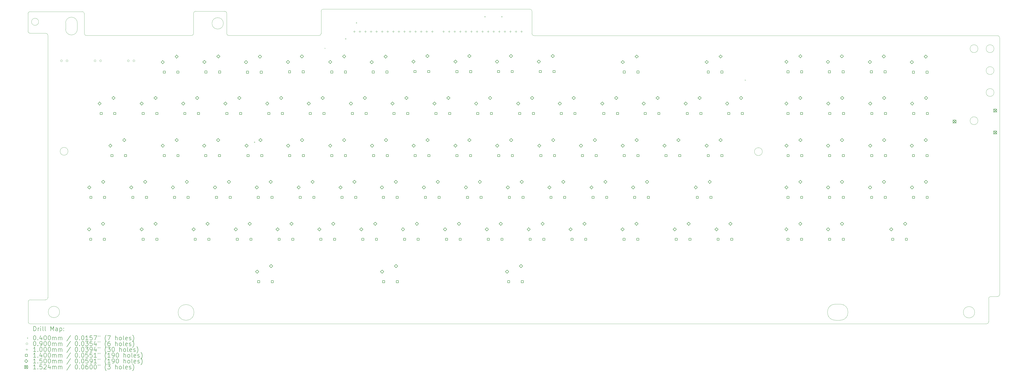
<source format=gbr>
%TF.GenerationSoftware,KiCad,Pcbnew,8.0.7*%
%TF.CreationDate,2025-01-29T20:52:16+00:00*%
%TF.ProjectId,Master-Keyboard_MX,4d617374-6572-42d4-9b65-79626f617264,rev?*%
%TF.SameCoordinates,Original*%
%TF.FileFunction,Drillmap*%
%TF.FilePolarity,Positive*%
%FSLAX45Y45*%
G04 Gerber Fmt 4.5, Leading zero omitted, Abs format (unit mm)*
G04 Created by KiCad (PCBNEW 8.0.7) date 2025-01-29 20:52:16*
%MOMM*%
%LPD*%
G01*
G04 APERTURE LIST*
%ADD10C,0.100000*%
%ADD11C,0.200000*%
%ADD12C,0.140000*%
%ADD13C,0.150000*%
%ADD14C,0.152400*%
G04 APERTURE END LIST*
D10*
X47929969Y-31890031D02*
X47929969Y-32937500D01*
X13087500Y-18772469D02*
G75*
G02*
X13187531Y-18872500I0J-100031D01*
G01*
X5842394Y-19307606D02*
G75*
G02*
X6372606Y-19307606I265106J0D01*
G01*
X6792562Y-19880031D02*
G75*
G02*
X6692529Y-19780000I-2J100031D01*
G01*
X13035000Y-19325000D02*
G75*
G02*
X12515000Y-19325000I-260000J0D01*
G01*
X12515000Y-19325000D02*
G75*
G02*
X13035000Y-19325000I260000J0D01*
G01*
X48430000Y-31690000D02*
G75*
G02*
X48329969Y-31790030I-100030J0D01*
G01*
X17492531Y-19779969D02*
G75*
G02*
X17392500Y-19880001I-100031J-1D01*
G01*
X41152500Y-32140000D02*
G75*
G02*
X41152500Y-32870000I0J-365000D01*
G01*
X40945000Y-32140000D02*
X41152500Y-32140000D01*
X4125701Y-19677438D02*
X4125701Y-18890000D01*
X11675031Y-19780000D02*
X11675031Y-18872500D01*
X47295000Y-32507500D02*
G75*
G02*
X46775000Y-32507500I-260000J0D01*
G01*
X46775000Y-32507500D02*
G75*
G02*
X47295000Y-32507500I260000J0D01*
G01*
X11692500Y-32515000D02*
G75*
G02*
X10972500Y-32515000I-360000J0D01*
G01*
X10972500Y-32515000D02*
G75*
G02*
X11692500Y-32515000I360000J0D01*
G01*
X48175000Y-20480000D02*
G75*
G02*
X47815000Y-20480000I-180000J0D01*
G01*
X47815000Y-20480000D02*
G75*
G02*
X48175000Y-20480000I180000J0D01*
G01*
X11675031Y-18872500D02*
G75*
G02*
X11775062Y-18772471I100029J0D01*
G01*
X4135000Y-32937500D02*
X4135000Y-32037500D01*
X11775062Y-18772469D02*
X13087500Y-18772469D01*
X17492531Y-19779969D02*
X17492531Y-18777500D01*
X5030000Y-31837500D02*
G75*
G02*
X4929969Y-31937530I-100030J0D01*
G01*
X48175000Y-22480000D02*
G75*
G02*
X47815000Y-22480000I-180000J0D01*
G01*
X47815000Y-22480000D02*
G75*
G02*
X48175000Y-22480000I180000J0D01*
G01*
X4235031Y-31937469D02*
X4930000Y-31937469D01*
X4225733Y-18789969D02*
X6592500Y-18789969D01*
X27205031Y-19885000D02*
G75*
G02*
X27105000Y-19784969I-1J100030D01*
G01*
X13287531Y-19880031D02*
X17392500Y-19880031D01*
X47443000Y-20480000D02*
G75*
G02*
X47083000Y-20480000I-180000J0D01*
G01*
X47083000Y-20480000D02*
G75*
G02*
X47443000Y-20480000I180000J0D01*
G01*
X47929969Y-31890031D02*
G75*
G02*
X48030000Y-31789999I100031J1D01*
G01*
X27105000Y-18777500D02*
X27105000Y-19784969D01*
X48330000Y-31790000D02*
X48030000Y-31790000D01*
X48175000Y-21480000D02*
G75*
G02*
X47815000Y-21480000I-180000J0D01*
G01*
X47815000Y-21480000D02*
G75*
G02*
X48175000Y-21480000I180000J0D01*
G01*
X11675031Y-19780000D02*
G75*
G02*
X11575000Y-19880031I-100031J0D01*
G01*
X27205000Y-19885000D02*
X48330000Y-19885000D01*
X37611000Y-25178000D02*
G75*
G02*
X37251000Y-25178000I-180000J0D01*
G01*
X37251000Y-25178000D02*
G75*
G02*
X37611000Y-25178000I180000J0D01*
G01*
X6592500Y-18789969D02*
G75*
G02*
X6692531Y-18890000I0J-100031D01*
G01*
X5842394Y-19307606D02*
X5842394Y-19589894D01*
X4125701Y-18890000D02*
G75*
G02*
X4225733Y-18789972I100029J0D01*
G01*
X40945000Y-32870000D02*
G75*
G02*
X40945000Y-32140000I0J365000D01*
G01*
X47443000Y-23768000D02*
G75*
G02*
X47083000Y-23768000I-180000J0D01*
G01*
X47083000Y-23768000D02*
G75*
G02*
X47443000Y-23768000I180000J0D01*
G01*
X4610000Y-19255000D02*
G75*
G02*
X4285000Y-19255000I-162500J0D01*
G01*
X4285000Y-19255000D02*
G75*
G02*
X4610000Y-19255000I162500J0D01*
G01*
X4929969Y-19777469D02*
G75*
G02*
X5030001Y-19877500I1J-100031D01*
G01*
X4235031Y-33037531D02*
G75*
G02*
X4134999Y-32937500I-1J100031D01*
G01*
X47829938Y-33037531D02*
X4235000Y-33037531D01*
X48430000Y-19985000D02*
X48430000Y-31690000D01*
X5030000Y-31837500D02*
X5030000Y-19877500D01*
X5567500Y-32495000D02*
G75*
G02*
X5047500Y-32495000I-260000J0D01*
G01*
X5047500Y-32495000D02*
G75*
G02*
X5567500Y-32495000I260000J0D01*
G01*
X27004969Y-18677469D02*
G75*
G02*
X27105001Y-18777500I1J-100031D01*
G01*
X4135000Y-32037500D02*
G75*
G02*
X4235031Y-31937470I100030J0D01*
G01*
X47929969Y-32937500D02*
G75*
G02*
X47829938Y-33037529I-100029J0D01*
G01*
X17592500Y-18677469D02*
X27004969Y-18677469D01*
X6692531Y-18890000D02*
X6692531Y-19780000D01*
X13187531Y-18872500D02*
X13187531Y-19780000D01*
X6792562Y-19880031D02*
X11575000Y-19880031D01*
X5950000Y-25163000D02*
G75*
G02*
X5590000Y-25163000I-180000J0D01*
G01*
X5590000Y-25163000D02*
G75*
G02*
X5950000Y-25163000I180000J0D01*
G01*
X4225733Y-19777469D02*
G75*
G02*
X4125701Y-19677438I-3J100029D01*
G01*
X6372606Y-19589894D02*
G75*
G02*
X5842394Y-19589894I-265106J0D01*
G01*
X40945000Y-32870000D02*
X41152500Y-32870000D01*
X48330000Y-19885000D02*
G75*
G02*
X48430030Y-19985031I0J-100030D01*
G01*
X4929969Y-19777469D02*
X4225733Y-19777469D01*
X6372606Y-19307606D02*
X6372606Y-19589894D01*
X13287531Y-19880031D02*
G75*
G02*
X13187499Y-19780000I-1J100031D01*
G01*
X17492500Y-18777531D02*
G75*
G02*
X17592531Y-18677500I100030J1D01*
G01*
D11*
D10*
X14433560Y-24725930D02*
X14473560Y-24765930D01*
X14473560Y-24725930D02*
X14433560Y-24765930D01*
X17645000Y-20440000D02*
X17685000Y-20480000D01*
X17685000Y-20440000D02*
X17645000Y-20480000D01*
X18589548Y-20010000D02*
X18629548Y-20050000D01*
X18629548Y-20010000D02*
X18589548Y-20050000D01*
X19080000Y-19281740D02*
X19120000Y-19321740D01*
X19120000Y-19281740D02*
X19080000Y-19321740D01*
X24937500Y-19002500D02*
X24977500Y-19042500D01*
X24977500Y-19002500D02*
X24937500Y-19042500D01*
X25710000Y-19002500D02*
X25750000Y-19042500D01*
X25750000Y-19002500D02*
X25710000Y-19042500D01*
X36807190Y-21895310D02*
X36847190Y-21935310D01*
X36847190Y-21895310D02*
X36807190Y-21935310D01*
X5695000Y-21034500D02*
G75*
G02*
X5605000Y-21034500I-45000J0D01*
G01*
X5605000Y-21034500D02*
G75*
G02*
X5695000Y-21034500I45000J0D01*
G01*
X5949000Y-21034500D02*
G75*
G02*
X5859000Y-21034500I-45000J0D01*
G01*
X5859000Y-21034500D02*
G75*
G02*
X5949000Y-21034500I45000J0D01*
G01*
X7227000Y-21034500D02*
G75*
G02*
X7137000Y-21034500I-45000J0D01*
G01*
X7137000Y-21034500D02*
G75*
G02*
X7227000Y-21034500I45000J0D01*
G01*
X7481000Y-21034500D02*
G75*
G02*
X7391000Y-21034500I-45000J0D01*
G01*
X7391000Y-21034500D02*
G75*
G02*
X7481000Y-21034500I45000J0D01*
G01*
X8746000Y-21034500D02*
G75*
G02*
X8656000Y-21034500I-45000J0D01*
G01*
X8656000Y-21034500D02*
G75*
G02*
X8746000Y-21034500I45000J0D01*
G01*
X9000000Y-21034500D02*
G75*
G02*
X8910000Y-21034500I-45000J0D01*
G01*
X8910000Y-21034500D02*
G75*
G02*
X9000000Y-21034500I45000J0D01*
G01*
X19004000Y-19650000D02*
X19004000Y-19750000D01*
X18954000Y-19700000D02*
X19054000Y-19700000D01*
X19258000Y-19650000D02*
X19258000Y-19750000D01*
X19208000Y-19700000D02*
X19308000Y-19700000D01*
X19512000Y-19650000D02*
X19512000Y-19750000D01*
X19462000Y-19700000D02*
X19562000Y-19700000D01*
X19766000Y-19650000D02*
X19766000Y-19750000D01*
X19716000Y-19700000D02*
X19816000Y-19700000D01*
X20020000Y-19650000D02*
X20020000Y-19750000D01*
X19970000Y-19700000D02*
X20070000Y-19700000D01*
X20274000Y-19650000D02*
X20274000Y-19750000D01*
X20224000Y-19700000D02*
X20324000Y-19700000D01*
X20528000Y-19650000D02*
X20528000Y-19750000D01*
X20478000Y-19700000D02*
X20578000Y-19700000D01*
X20782000Y-19650000D02*
X20782000Y-19750000D01*
X20732000Y-19700000D02*
X20832000Y-19700000D01*
X21036000Y-19650000D02*
X21036000Y-19750000D01*
X20986000Y-19700000D02*
X21086000Y-19700000D01*
X21290000Y-19650000D02*
X21290000Y-19750000D01*
X21240000Y-19700000D02*
X21340000Y-19700000D01*
X21544000Y-19650000D02*
X21544000Y-19750000D01*
X21494000Y-19700000D02*
X21594000Y-19700000D01*
X21798000Y-19650000D02*
X21798000Y-19750000D01*
X21748000Y-19700000D02*
X21848000Y-19700000D01*
X22052000Y-19650000D02*
X22052000Y-19750000D01*
X22002000Y-19700000D02*
X22102000Y-19700000D01*
X22306000Y-19650000D02*
X22306000Y-19750000D01*
X22256000Y-19700000D02*
X22356000Y-19700000D01*
X22560000Y-19650000D02*
X22560000Y-19750000D01*
X22510000Y-19700000D02*
X22610000Y-19700000D01*
X23072000Y-19650000D02*
X23072000Y-19750000D01*
X23022000Y-19700000D02*
X23122000Y-19700000D01*
X23326000Y-19650000D02*
X23326000Y-19750000D01*
X23276000Y-19700000D02*
X23376000Y-19700000D01*
X23580000Y-19650000D02*
X23580000Y-19750000D01*
X23530000Y-19700000D02*
X23630000Y-19700000D01*
X23834000Y-19650000D02*
X23834000Y-19750000D01*
X23784000Y-19700000D02*
X23884000Y-19700000D01*
X24088000Y-19650000D02*
X24088000Y-19750000D01*
X24038000Y-19700000D02*
X24138000Y-19700000D01*
X24342000Y-19650000D02*
X24342000Y-19750000D01*
X24292000Y-19700000D02*
X24392000Y-19700000D01*
X24596000Y-19650000D02*
X24596000Y-19750000D01*
X24546000Y-19700000D02*
X24646000Y-19700000D01*
X24850000Y-19650000D02*
X24850000Y-19750000D01*
X24800000Y-19700000D02*
X24900000Y-19700000D01*
X25104000Y-19650000D02*
X25104000Y-19750000D01*
X25054000Y-19700000D02*
X25154000Y-19700000D01*
X25358000Y-19650000D02*
X25358000Y-19750000D01*
X25308000Y-19700000D02*
X25408000Y-19700000D01*
X25612000Y-19650000D02*
X25612000Y-19750000D01*
X25562000Y-19700000D02*
X25662000Y-19700000D01*
X25866000Y-19650000D02*
X25866000Y-19750000D01*
X25816000Y-19700000D02*
X25916000Y-19700000D01*
X26120000Y-19650000D02*
X26120000Y-19750000D01*
X26070000Y-19700000D02*
X26170000Y-19700000D01*
X26374000Y-19650000D02*
X26374000Y-19750000D01*
X26324000Y-19700000D02*
X26424000Y-19700000D01*
X26628000Y-19650000D02*
X26628000Y-19750000D01*
X26578000Y-19700000D02*
X26678000Y-19700000D01*
D12*
X7034998Y-29226998D02*
X7034998Y-29128002D01*
X6936002Y-29128002D01*
X6936002Y-29226998D01*
X7034998Y-29226998D01*
X7042998Y-27311998D02*
X7042998Y-27213002D01*
X6944002Y-27213002D01*
X6944002Y-27311998D01*
X7042998Y-27311998D01*
X7509998Y-23487498D02*
X7509998Y-23388502D01*
X7411002Y-23388502D01*
X7411002Y-23487498D01*
X7509998Y-23487498D01*
X7657998Y-29226998D02*
X7657998Y-29128002D01*
X7559002Y-29128002D01*
X7559002Y-29226998D01*
X7657998Y-29226998D01*
X7665998Y-27311998D02*
X7665998Y-27213002D01*
X7567002Y-27213002D01*
X7567002Y-27311998D01*
X7665998Y-27311998D01*
X8000998Y-25408498D02*
X8000998Y-25309502D01*
X7902002Y-25309502D01*
X7902002Y-25408498D01*
X8000998Y-25408498D01*
X8132998Y-23487498D02*
X8132998Y-23388502D01*
X8034002Y-23388502D01*
X8034002Y-23487498D01*
X8132998Y-23487498D01*
X8623998Y-25408498D02*
X8623998Y-25309502D01*
X8525002Y-25309502D01*
X8525002Y-25408498D01*
X8623998Y-25408498D01*
X8955998Y-27311998D02*
X8955998Y-27213002D01*
X8857002Y-27213002D01*
X8857002Y-27311998D01*
X8955998Y-27311998D01*
X9427998Y-23487498D02*
X9427998Y-23388502D01*
X9329002Y-23388502D01*
X9329002Y-23487498D01*
X9427998Y-23487498D01*
X9427998Y-29226998D02*
X9427998Y-29128002D01*
X9329002Y-29128002D01*
X9329002Y-29226998D01*
X9427998Y-29226998D01*
X9578998Y-27311998D02*
X9578998Y-27213002D01*
X9480002Y-27213002D01*
X9480002Y-27311998D01*
X9578998Y-27311998D01*
X10050998Y-23487498D02*
X10050998Y-23388502D01*
X9952002Y-23388502D01*
X9952002Y-23487498D01*
X10050998Y-23487498D01*
X10050998Y-29226998D02*
X10050998Y-29128002D01*
X9952002Y-29128002D01*
X9952002Y-29226998D01*
X10050998Y-29226998D01*
X10388498Y-21597498D02*
X10388498Y-21498502D01*
X10289502Y-21498502D01*
X10289502Y-21597498D01*
X10388498Y-21597498D01*
X10389998Y-25408498D02*
X10389998Y-25309502D01*
X10291002Y-25309502D01*
X10291002Y-25408498D01*
X10389998Y-25408498D01*
X10853998Y-27311998D02*
X10853998Y-27213002D01*
X10755002Y-27213002D01*
X10755002Y-27311998D01*
X10853998Y-27311998D01*
X11011498Y-21597498D02*
X11011498Y-21498502D01*
X10912502Y-21498502D01*
X10912502Y-21597498D01*
X11011498Y-21597498D01*
X11012998Y-25408498D02*
X11012998Y-25309502D01*
X10914002Y-25309502D01*
X10914002Y-25408498D01*
X11012998Y-25408498D01*
X11326998Y-23487498D02*
X11326998Y-23388502D01*
X11228002Y-23388502D01*
X11228002Y-23487498D01*
X11326998Y-23487498D01*
X11476998Y-27311998D02*
X11476998Y-27213002D01*
X11378002Y-27213002D01*
X11378002Y-27311998D01*
X11476998Y-27311998D01*
X11801498Y-29226998D02*
X11801498Y-29128002D01*
X11702502Y-29128002D01*
X11702502Y-29226998D01*
X11801498Y-29226998D01*
X11949998Y-23487498D02*
X11949998Y-23388502D01*
X11851002Y-23388502D01*
X11851002Y-23487498D01*
X11949998Y-23487498D01*
X12281498Y-25408498D02*
X12281498Y-25309502D01*
X12182502Y-25309502D01*
X12182502Y-25408498D01*
X12281498Y-25408498D01*
X12290498Y-21592498D02*
X12290498Y-21493502D01*
X12191502Y-21493502D01*
X12191502Y-21592498D01*
X12290498Y-21592498D01*
X12424498Y-29226998D02*
X12424498Y-29128002D01*
X12325502Y-29128002D01*
X12325502Y-29226998D01*
X12424498Y-29226998D01*
X12772498Y-27311998D02*
X12772498Y-27213002D01*
X12673502Y-27213002D01*
X12673502Y-27311998D01*
X12772498Y-27311998D01*
X12904498Y-25408498D02*
X12904498Y-25309502D01*
X12805502Y-25309502D01*
X12805502Y-25408498D01*
X12904498Y-25408498D01*
X12913498Y-21592498D02*
X12913498Y-21493502D01*
X12814502Y-21493502D01*
X12814502Y-21592498D01*
X12913498Y-21592498D01*
X13246498Y-23487498D02*
X13246498Y-23388502D01*
X13147502Y-23388502D01*
X13147502Y-23487498D01*
X13246498Y-23487498D01*
X13395498Y-27311998D02*
X13395498Y-27213002D01*
X13296502Y-27213002D01*
X13296502Y-27311998D01*
X13395498Y-27311998D01*
X13717998Y-29226998D02*
X13717998Y-29128002D01*
X13619002Y-29128002D01*
X13619002Y-29226998D01*
X13717998Y-29226998D01*
X13869498Y-23487498D02*
X13869498Y-23388502D01*
X13770502Y-23388502D01*
X13770502Y-23487498D01*
X13869498Y-23487498D01*
X14186998Y-21599998D02*
X14186998Y-21501002D01*
X14088002Y-21501002D01*
X14088002Y-21599998D01*
X14186998Y-21599998D01*
X14211998Y-25408498D02*
X14211998Y-25309502D01*
X14113002Y-25309502D01*
X14113002Y-25408498D01*
X14211998Y-25408498D01*
X14340998Y-29226998D02*
X14340998Y-29128002D01*
X14242002Y-29128002D01*
X14242002Y-29226998D01*
X14340998Y-29226998D01*
X14675998Y-27311998D02*
X14675998Y-27213002D01*
X14577002Y-27213002D01*
X14577002Y-27311998D01*
X14675998Y-27311998D01*
X14691998Y-31158998D02*
X14691998Y-31060002D01*
X14593002Y-31060002D01*
X14593002Y-31158998D01*
X14691998Y-31158998D01*
X14809998Y-21599998D02*
X14809998Y-21501002D01*
X14711002Y-21501002D01*
X14711002Y-21599998D01*
X14809998Y-21599998D01*
X14834998Y-25408498D02*
X14834998Y-25309502D01*
X14736002Y-25309502D01*
X14736002Y-25408498D01*
X14834998Y-25408498D01*
X15155498Y-23487498D02*
X15155498Y-23388502D01*
X15056502Y-23388502D01*
X15056502Y-23487498D01*
X15155498Y-23487498D01*
X15298998Y-27311998D02*
X15298998Y-27213002D01*
X15200002Y-27213002D01*
X15200002Y-27311998D01*
X15298998Y-27311998D01*
X15314998Y-31158998D02*
X15314998Y-31060002D01*
X15216002Y-31060002D01*
X15216002Y-31158998D01*
X15314998Y-31158998D01*
X15626998Y-29226998D02*
X15626998Y-29128002D01*
X15528002Y-29128002D01*
X15528002Y-29226998D01*
X15626998Y-29226998D01*
X15778498Y-23487498D02*
X15778498Y-23388502D01*
X15679502Y-23388502D01*
X15679502Y-23487498D01*
X15778498Y-23487498D01*
X16101498Y-21587498D02*
X16101498Y-21488502D01*
X16002502Y-21488502D01*
X16002502Y-21587498D01*
X16101498Y-21587498D01*
X16108998Y-25408498D02*
X16108998Y-25309502D01*
X16010002Y-25309502D01*
X16010002Y-25408498D01*
X16108998Y-25408498D01*
X16249998Y-29226998D02*
X16249998Y-29128002D01*
X16151002Y-29128002D01*
X16151002Y-29226998D01*
X16249998Y-29226998D01*
X16586998Y-27311998D02*
X16586998Y-27213002D01*
X16488002Y-27213002D01*
X16488002Y-27311998D01*
X16586998Y-27311998D01*
X16724498Y-21587498D02*
X16724498Y-21488502D01*
X16625502Y-21488502D01*
X16625502Y-21587498D01*
X16724498Y-21587498D01*
X16731998Y-25408498D02*
X16731998Y-25309502D01*
X16633002Y-25309502D01*
X16633002Y-25408498D01*
X16731998Y-25408498D01*
X17048498Y-23487498D02*
X17048498Y-23388502D01*
X16949502Y-23388502D01*
X16949502Y-23487498D01*
X17048498Y-23487498D01*
X17209998Y-27311998D02*
X17209998Y-27213002D01*
X17111002Y-27213002D01*
X17111002Y-27311998D01*
X17209998Y-27311998D01*
X17530498Y-29226998D02*
X17530498Y-29128002D01*
X17431502Y-29128002D01*
X17431502Y-29226998D01*
X17530498Y-29226998D01*
X17671498Y-23487498D02*
X17671498Y-23388502D01*
X17572502Y-23388502D01*
X17572502Y-23487498D01*
X17671498Y-23487498D01*
X18026498Y-21592498D02*
X18026498Y-21493502D01*
X17927502Y-21493502D01*
X17927502Y-21592498D01*
X18026498Y-21592498D01*
X18026998Y-25408498D02*
X18026998Y-25309502D01*
X17928002Y-25309502D01*
X17928002Y-25408498D01*
X18026998Y-25408498D01*
X18153498Y-29226998D02*
X18153498Y-29128002D01*
X18054502Y-29128002D01*
X18054502Y-29226998D01*
X18153498Y-29226998D01*
X18495998Y-27311998D02*
X18495998Y-27213002D01*
X18397002Y-27213002D01*
X18397002Y-27311998D01*
X18495998Y-27311998D01*
X18649498Y-21592498D02*
X18649498Y-21493502D01*
X18550502Y-21493502D01*
X18550502Y-21592498D01*
X18649498Y-21592498D01*
X18649998Y-25408498D02*
X18649998Y-25309502D01*
X18551002Y-25309502D01*
X18551002Y-25408498D01*
X18649998Y-25408498D01*
X18969498Y-23487498D02*
X18969498Y-23388502D01*
X18870502Y-23388502D01*
X18870502Y-23487498D01*
X18969498Y-23487498D01*
X19118998Y-27311998D02*
X19118998Y-27213002D01*
X19020002Y-27213002D01*
X19020002Y-27311998D01*
X19118998Y-27311998D01*
X19441498Y-29226998D02*
X19441498Y-29128002D01*
X19342502Y-29128002D01*
X19342502Y-29226998D01*
X19441498Y-29226998D01*
X19592498Y-23487498D02*
X19592498Y-23388502D01*
X19493502Y-23388502D01*
X19493502Y-23487498D01*
X19592498Y-23487498D01*
X19918498Y-21595498D02*
X19918498Y-21496502D01*
X19819502Y-21496502D01*
X19819502Y-21595498D01*
X19918498Y-21595498D01*
X19933998Y-25408498D02*
X19933998Y-25309502D01*
X19835002Y-25309502D01*
X19835002Y-25408498D01*
X19933998Y-25408498D01*
X20064498Y-29226998D02*
X20064498Y-29128002D01*
X19965502Y-29128002D01*
X19965502Y-29226998D01*
X20064498Y-29226998D01*
X20382998Y-27311998D02*
X20382998Y-27213002D01*
X20284002Y-27213002D01*
X20284002Y-27311998D01*
X20382998Y-27311998D01*
X20391998Y-31158998D02*
X20391998Y-31060002D01*
X20293002Y-31060002D01*
X20293002Y-31158998D01*
X20391998Y-31158998D01*
X20541498Y-21595498D02*
X20541498Y-21496502D01*
X20442502Y-21496502D01*
X20442502Y-21595498D01*
X20541498Y-21595498D01*
X20556998Y-25408498D02*
X20556998Y-25309502D01*
X20458002Y-25309502D01*
X20458002Y-25408498D01*
X20556998Y-25408498D01*
X20866998Y-23487498D02*
X20866998Y-23388502D01*
X20768002Y-23388502D01*
X20768002Y-23487498D01*
X20866998Y-23487498D01*
X21005998Y-27311998D02*
X21005998Y-27213002D01*
X20907002Y-27213002D01*
X20907002Y-27311998D01*
X21005998Y-27311998D01*
X21014998Y-31158998D02*
X21014998Y-31060002D01*
X20916002Y-31060002D01*
X20916002Y-31158998D01*
X21014998Y-31158998D01*
X21344998Y-29226998D02*
X21344998Y-29128002D01*
X21246002Y-29128002D01*
X21246002Y-29226998D01*
X21344998Y-29226998D01*
X21489998Y-23487498D02*
X21489998Y-23388502D01*
X21391002Y-23388502D01*
X21391002Y-23487498D01*
X21489998Y-23487498D01*
X21822498Y-21571498D02*
X21822498Y-21472502D01*
X21723502Y-21472502D01*
X21723502Y-21571498D01*
X21822498Y-21571498D01*
X21830998Y-25408498D02*
X21830998Y-25309502D01*
X21732002Y-25309502D01*
X21732002Y-25408498D01*
X21830998Y-25408498D01*
X21967998Y-29226998D02*
X21967998Y-29128002D01*
X21869002Y-29128002D01*
X21869002Y-29226998D01*
X21967998Y-29226998D01*
X22298998Y-27311998D02*
X22298998Y-27213002D01*
X22200002Y-27213002D01*
X22200002Y-27311998D01*
X22298998Y-27311998D01*
X22445498Y-21571498D02*
X22445498Y-21472502D01*
X22346502Y-21472502D01*
X22346502Y-21571498D01*
X22445498Y-21571498D01*
X22453998Y-25408498D02*
X22453998Y-25309502D01*
X22355002Y-25309502D01*
X22355002Y-25408498D01*
X22453998Y-25408498D01*
X22780498Y-23487498D02*
X22780498Y-23388502D01*
X22681502Y-23388502D01*
X22681502Y-23487498D01*
X22780498Y-23487498D01*
X22921998Y-27311998D02*
X22921998Y-27213002D01*
X22823002Y-27213002D01*
X22823002Y-27311998D01*
X22921998Y-27311998D01*
X23260498Y-29226998D02*
X23260498Y-29128002D01*
X23161502Y-29128002D01*
X23161502Y-29226998D01*
X23260498Y-29226998D01*
X23403498Y-23487498D02*
X23403498Y-23388502D01*
X23304502Y-23388502D01*
X23304502Y-23487498D01*
X23403498Y-23487498D01*
X23733998Y-25408498D02*
X23733998Y-25309502D01*
X23635002Y-25309502D01*
X23635002Y-25408498D01*
X23733998Y-25408498D01*
X23736498Y-21575498D02*
X23736498Y-21476502D01*
X23637502Y-21476502D01*
X23637502Y-21575498D01*
X23736498Y-21575498D01*
X23883498Y-29226998D02*
X23883498Y-29128002D01*
X23784502Y-29128002D01*
X23784502Y-29226998D01*
X23883498Y-29226998D01*
X24214498Y-27311998D02*
X24214498Y-27213002D01*
X24115502Y-27213002D01*
X24115502Y-27311998D01*
X24214498Y-27311998D01*
X24356998Y-25408498D02*
X24356998Y-25309502D01*
X24258002Y-25309502D01*
X24258002Y-25408498D01*
X24356998Y-25408498D01*
X24359498Y-21575498D02*
X24359498Y-21476502D01*
X24260502Y-21476502D01*
X24260502Y-21575498D01*
X24359498Y-21575498D01*
X24681998Y-23487498D02*
X24681998Y-23388502D01*
X24583002Y-23388502D01*
X24583002Y-23487498D01*
X24681998Y-23487498D01*
X24837498Y-27311998D02*
X24837498Y-27213002D01*
X24738502Y-27213002D01*
X24738502Y-27311998D01*
X24837498Y-27311998D01*
X25164998Y-29226998D02*
X25164998Y-29128002D01*
X25066002Y-29128002D01*
X25066002Y-29226998D01*
X25164998Y-29226998D01*
X25304998Y-23487498D02*
X25304998Y-23388502D01*
X25206002Y-23388502D01*
X25206002Y-23487498D01*
X25304998Y-23487498D01*
X25630498Y-21571498D02*
X25630498Y-21472502D01*
X25531502Y-21472502D01*
X25531502Y-21571498D01*
X25630498Y-21571498D01*
X25639498Y-25408498D02*
X25639498Y-25309502D01*
X25540502Y-25309502D01*
X25540502Y-25408498D01*
X25639498Y-25408498D01*
X25787998Y-29226998D02*
X25787998Y-29128002D01*
X25689002Y-29128002D01*
X25689002Y-29226998D01*
X25787998Y-29226998D01*
X26091998Y-31158998D02*
X26091998Y-31060002D01*
X25993002Y-31060002D01*
X25993002Y-31158998D01*
X26091998Y-31158998D01*
X26126998Y-27311998D02*
X26126998Y-27213002D01*
X26028002Y-27213002D01*
X26028002Y-27311998D01*
X26126998Y-27311998D01*
X26253498Y-21571498D02*
X26253498Y-21472502D01*
X26154502Y-21472502D01*
X26154502Y-21571498D01*
X26253498Y-21571498D01*
X26262498Y-25408498D02*
X26262498Y-25309502D01*
X26163502Y-25309502D01*
X26163502Y-25408498D01*
X26262498Y-25408498D01*
X26598998Y-23487498D02*
X26598998Y-23388502D01*
X26500002Y-23388502D01*
X26500002Y-23487498D01*
X26598998Y-23487498D01*
X26714998Y-31158998D02*
X26714998Y-31060002D01*
X26616002Y-31060002D01*
X26616002Y-31158998D01*
X26714998Y-31158998D01*
X26749998Y-27311998D02*
X26749998Y-27213002D01*
X26651002Y-27213002D01*
X26651002Y-27311998D01*
X26749998Y-27311998D01*
X27075998Y-29226998D02*
X27075998Y-29128002D01*
X26977002Y-29128002D01*
X26977002Y-29226998D01*
X27075998Y-29226998D01*
X27221998Y-23487498D02*
X27221998Y-23388502D01*
X27123002Y-23388502D01*
X27123002Y-23487498D01*
X27221998Y-23487498D01*
X27538498Y-21571498D02*
X27538498Y-21472502D01*
X27439502Y-21472502D01*
X27439502Y-21571498D01*
X27538498Y-21571498D01*
X27559998Y-25408498D02*
X27559998Y-25309502D01*
X27461002Y-25309502D01*
X27461002Y-25408498D01*
X27559998Y-25408498D01*
X27698998Y-29226998D02*
X27698998Y-29128002D01*
X27600002Y-29128002D01*
X27600002Y-29226998D01*
X27698998Y-29226998D01*
X28021998Y-27311998D02*
X28021998Y-27213002D01*
X27923002Y-27213002D01*
X27923002Y-27311998D01*
X28021998Y-27311998D01*
X28161498Y-21571498D02*
X28161498Y-21472502D01*
X28062502Y-21472502D01*
X28062502Y-21571498D01*
X28161498Y-21571498D01*
X28182998Y-25408498D02*
X28182998Y-25309502D01*
X28084002Y-25309502D01*
X28084002Y-25408498D01*
X28182998Y-25408498D01*
X28492498Y-23487498D02*
X28492498Y-23388502D01*
X28393502Y-23388502D01*
X28393502Y-23487498D01*
X28492498Y-23487498D01*
X28644998Y-27311998D02*
X28644998Y-27213002D01*
X28546002Y-27213002D01*
X28546002Y-27311998D01*
X28644998Y-27311998D01*
X28983998Y-29226998D02*
X28983998Y-29128002D01*
X28885002Y-29128002D01*
X28885002Y-29226998D01*
X28983998Y-29226998D01*
X29115498Y-23487498D02*
X29115498Y-23388502D01*
X29016502Y-23388502D01*
X29016502Y-23487498D01*
X29115498Y-23487498D01*
X29460998Y-25408498D02*
X29460998Y-25309502D01*
X29362002Y-25309502D01*
X29362002Y-25408498D01*
X29460998Y-25408498D01*
X29606998Y-29226998D02*
X29606998Y-29128002D01*
X29508002Y-29128002D01*
X29508002Y-29226998D01*
X29606998Y-29226998D01*
X29938998Y-27311998D02*
X29938998Y-27213002D01*
X29840002Y-27213002D01*
X29840002Y-27311998D01*
X29938998Y-27311998D01*
X30083998Y-25408498D02*
X30083998Y-25309502D01*
X29985002Y-25309502D01*
X29985002Y-25408498D01*
X30083998Y-25408498D01*
X30432498Y-23487498D02*
X30432498Y-23388502D01*
X30333502Y-23388502D01*
X30333502Y-23487498D01*
X30432498Y-23487498D01*
X30561998Y-27311998D02*
X30561998Y-27213002D01*
X30463002Y-27213002D01*
X30463002Y-27311998D01*
X30561998Y-27311998D01*
X31055498Y-23487498D02*
X31055498Y-23388502D01*
X30956502Y-23388502D01*
X30956502Y-23487498D01*
X31055498Y-23487498D01*
X31357498Y-29226998D02*
X31357498Y-29128002D01*
X31258502Y-29128002D01*
X31258502Y-29226998D01*
X31357498Y-29226998D01*
X31364498Y-21594498D02*
X31364498Y-21495502D01*
X31265502Y-21495502D01*
X31265502Y-21594498D01*
X31364498Y-21594498D01*
X31365498Y-25408498D02*
X31365498Y-25309502D01*
X31266502Y-25309502D01*
X31266502Y-25408498D01*
X31365498Y-25408498D01*
X31839998Y-27311998D02*
X31839998Y-27213002D01*
X31741002Y-27213002D01*
X31741002Y-27311998D01*
X31839998Y-27311998D01*
X31980498Y-29226998D02*
X31980498Y-29128002D01*
X31881502Y-29128002D01*
X31881502Y-29226998D01*
X31980498Y-29226998D01*
X31987498Y-21594498D02*
X31987498Y-21495502D01*
X31888502Y-21495502D01*
X31888502Y-21594498D01*
X31987498Y-21594498D01*
X31988498Y-25408498D02*
X31988498Y-25309502D01*
X31889502Y-25309502D01*
X31889502Y-25408498D01*
X31988498Y-25408498D01*
X32320498Y-23487498D02*
X32320498Y-23388502D01*
X32221502Y-23388502D01*
X32221502Y-23487498D01*
X32320498Y-23487498D01*
X32462998Y-27311998D02*
X32462998Y-27213002D01*
X32364002Y-27213002D01*
X32364002Y-27311998D01*
X32462998Y-27311998D01*
X32943498Y-23487498D02*
X32943498Y-23388502D01*
X32844502Y-23388502D01*
X32844502Y-23487498D01*
X32943498Y-23487498D01*
X33270498Y-25408498D02*
X33270498Y-25309502D01*
X33171502Y-25309502D01*
X33171502Y-25408498D01*
X33270498Y-25408498D01*
X33736498Y-29226998D02*
X33736498Y-29128002D01*
X33637502Y-29128002D01*
X33637502Y-29226998D01*
X33736498Y-29226998D01*
X33893498Y-25408498D02*
X33893498Y-25309502D01*
X33794502Y-25309502D01*
X33794502Y-25408498D01*
X33893498Y-25408498D01*
X34238498Y-23487498D02*
X34238498Y-23388502D01*
X34139502Y-23388502D01*
X34139502Y-23487498D01*
X34238498Y-23487498D01*
X34359498Y-29226998D02*
X34359498Y-29128002D01*
X34260502Y-29128002D01*
X34260502Y-29226998D01*
X34359498Y-29226998D01*
X34695998Y-27311998D02*
X34695998Y-27213002D01*
X34597002Y-27213002D01*
X34597002Y-27311998D01*
X34695998Y-27311998D01*
X34861498Y-23487498D02*
X34861498Y-23388502D01*
X34762502Y-23388502D01*
X34762502Y-23487498D01*
X34861498Y-23487498D01*
X35193498Y-21593498D02*
X35193498Y-21494502D01*
X35094502Y-21494502D01*
X35094502Y-21593498D01*
X35193498Y-21593498D01*
X35193998Y-25408498D02*
X35193998Y-25309502D01*
X35095002Y-25309502D01*
X35095002Y-25408498D01*
X35193998Y-25408498D01*
X35318998Y-27311998D02*
X35318998Y-27213002D01*
X35220002Y-27213002D01*
X35220002Y-27311998D01*
X35318998Y-27311998D01*
X35643498Y-29226998D02*
X35643498Y-29128002D01*
X35544502Y-29128002D01*
X35544502Y-29226998D01*
X35643498Y-29226998D01*
X35816498Y-21593498D02*
X35816498Y-21494502D01*
X35717502Y-21494502D01*
X35717502Y-21593498D01*
X35816498Y-21593498D01*
X35816998Y-25408498D02*
X35816998Y-25309502D01*
X35718002Y-25309502D01*
X35718002Y-25408498D01*
X35816998Y-25408498D01*
X36127498Y-23487498D02*
X36127498Y-23388502D01*
X36028502Y-23388502D01*
X36028502Y-23487498D01*
X36127498Y-23487498D01*
X36266498Y-29226998D02*
X36266498Y-29128002D01*
X36167502Y-29128002D01*
X36167502Y-29226998D01*
X36266498Y-29226998D01*
X36750498Y-23487498D02*
X36750498Y-23388502D01*
X36651502Y-23388502D01*
X36651502Y-23487498D01*
X36750498Y-23487498D01*
X38827998Y-23487498D02*
X38827998Y-23388502D01*
X38729002Y-23388502D01*
X38729002Y-23487498D01*
X38827998Y-23487498D01*
X38827998Y-29226998D02*
X38827998Y-29128002D01*
X38729002Y-29128002D01*
X38729002Y-29226998D01*
X38827998Y-29226998D01*
X38828998Y-27311998D02*
X38828998Y-27213002D01*
X38730002Y-27213002D01*
X38730002Y-27311998D01*
X38828998Y-27311998D01*
X38829998Y-21582998D02*
X38829998Y-21484002D01*
X38731002Y-21484002D01*
X38731002Y-21582998D01*
X38829998Y-21582998D01*
X38833998Y-25408498D02*
X38833998Y-25309502D01*
X38735002Y-25309502D01*
X38735002Y-25408498D01*
X38833998Y-25408498D01*
X39450998Y-23487498D02*
X39450998Y-23388502D01*
X39352002Y-23388502D01*
X39352002Y-23487498D01*
X39450998Y-23487498D01*
X39450998Y-29226998D02*
X39450998Y-29128002D01*
X39352002Y-29128002D01*
X39352002Y-29226998D01*
X39450998Y-29226998D01*
X39451998Y-27311998D02*
X39451998Y-27213002D01*
X39353002Y-27213002D01*
X39353002Y-27311998D01*
X39451998Y-27311998D01*
X39452998Y-21582998D02*
X39452998Y-21484002D01*
X39354002Y-21484002D01*
X39354002Y-21582998D01*
X39452998Y-21582998D01*
X39456998Y-25408498D02*
X39456998Y-25309502D01*
X39358002Y-25309502D01*
X39358002Y-25408498D01*
X39456998Y-25408498D01*
X40721498Y-21585498D02*
X40721498Y-21486502D01*
X40622502Y-21486502D01*
X40622502Y-21585498D01*
X40721498Y-21585498D01*
X40728998Y-25408498D02*
X40728998Y-25309502D01*
X40630002Y-25309502D01*
X40630002Y-25408498D01*
X40728998Y-25408498D01*
X40728998Y-27311998D02*
X40728998Y-27213002D01*
X40630002Y-27213002D01*
X40630002Y-27311998D01*
X40728998Y-27311998D01*
X40728998Y-29226998D02*
X40728998Y-29128002D01*
X40630002Y-29128002D01*
X40630002Y-29226998D01*
X40728998Y-29226998D01*
X40738498Y-23487498D02*
X40738498Y-23388502D01*
X40639502Y-23388502D01*
X40639502Y-23487498D01*
X40738498Y-23487498D01*
X41344498Y-21585498D02*
X41344498Y-21486502D01*
X41245502Y-21486502D01*
X41245502Y-21585498D01*
X41344498Y-21585498D01*
X41351998Y-25408498D02*
X41351998Y-25309502D01*
X41253002Y-25309502D01*
X41253002Y-25408498D01*
X41351998Y-25408498D01*
X41351998Y-27311998D02*
X41351998Y-27213002D01*
X41253002Y-27213002D01*
X41253002Y-27311998D01*
X41351998Y-27311998D01*
X41351998Y-29226998D02*
X41351998Y-29128002D01*
X41253002Y-29128002D01*
X41253002Y-29226998D01*
X41351998Y-29226998D01*
X41361498Y-23487498D02*
X41361498Y-23388502D01*
X41262502Y-23388502D01*
X41262502Y-23487498D01*
X41361498Y-23487498D01*
X42632998Y-21587998D02*
X42632998Y-21489002D01*
X42534002Y-21489002D01*
X42534002Y-21587998D01*
X42632998Y-21587998D01*
X42645998Y-27311998D02*
X42645998Y-27213002D01*
X42547002Y-27213002D01*
X42547002Y-27311998D01*
X42645998Y-27311998D01*
X42650998Y-25408498D02*
X42650998Y-25309502D01*
X42552002Y-25309502D01*
X42552002Y-25408498D01*
X42650998Y-25408498D01*
X42653498Y-23487498D02*
X42653498Y-23388502D01*
X42554502Y-23388502D01*
X42554502Y-23487498D01*
X42653498Y-23487498D01*
X43255998Y-21587998D02*
X43255998Y-21489002D01*
X43157002Y-21489002D01*
X43157002Y-21587998D01*
X43255998Y-21587998D01*
X43268998Y-27311998D02*
X43268998Y-27213002D01*
X43170002Y-27213002D01*
X43170002Y-27311998D01*
X43268998Y-27311998D01*
X43273998Y-25408498D02*
X43273998Y-25309502D01*
X43175002Y-25309502D01*
X43175002Y-25408498D01*
X43273998Y-25408498D01*
X43276498Y-23487498D02*
X43276498Y-23388502D01*
X43177502Y-23388502D01*
X43177502Y-23487498D01*
X43276498Y-23487498D01*
X43605998Y-29226998D02*
X43605998Y-29128002D01*
X43507002Y-29128002D01*
X43507002Y-29226998D01*
X43605998Y-29226998D01*
X44228998Y-29226998D02*
X44228998Y-29128002D01*
X44130002Y-29128002D01*
X44130002Y-29226998D01*
X44228998Y-29226998D01*
X44549498Y-25408498D02*
X44549498Y-25309502D01*
X44450502Y-25309502D01*
X44450502Y-25408498D01*
X44549498Y-25408498D01*
X44550998Y-21599998D02*
X44550998Y-21501002D01*
X44452002Y-21501002D01*
X44452002Y-21599998D01*
X44550998Y-21599998D01*
X44553498Y-27311998D02*
X44553498Y-27213002D01*
X44454502Y-27213002D01*
X44454502Y-27311998D01*
X44553498Y-27311998D01*
X44561498Y-23487498D02*
X44561498Y-23388502D01*
X44462502Y-23388502D01*
X44462502Y-23487498D01*
X44561498Y-23487498D01*
X45172498Y-25408498D02*
X45172498Y-25309502D01*
X45073502Y-25309502D01*
X45073502Y-25408498D01*
X45172498Y-25408498D01*
X45173998Y-21599998D02*
X45173998Y-21501002D01*
X45075002Y-21501002D01*
X45075002Y-21599998D01*
X45173998Y-21599998D01*
X45176498Y-27311998D02*
X45176498Y-27213002D01*
X45077502Y-27213002D01*
X45077502Y-27311998D01*
X45176498Y-27311998D01*
X45184498Y-23487498D02*
X45184498Y-23388502D01*
X45085502Y-23388502D01*
X45085502Y-23487498D01*
X45184498Y-23487498D01*
D13*
X6915500Y-28799500D02*
X6990500Y-28724500D01*
X6915500Y-28649500D01*
X6840500Y-28724500D01*
X6915500Y-28799500D01*
X6923500Y-26884500D02*
X6998500Y-26809500D01*
X6923500Y-26734500D01*
X6848500Y-26809500D01*
X6923500Y-26884500D01*
X7390500Y-23060000D02*
X7465500Y-22985000D01*
X7390500Y-22910000D01*
X7315500Y-22985000D01*
X7390500Y-23060000D01*
X7550500Y-28545500D02*
X7625500Y-28470500D01*
X7550500Y-28395500D01*
X7475500Y-28470500D01*
X7550500Y-28545500D01*
X7558500Y-26630500D02*
X7633500Y-26555500D01*
X7558500Y-26480500D01*
X7483500Y-26555500D01*
X7558500Y-26630500D01*
X7881500Y-24981000D02*
X7956500Y-24906000D01*
X7881500Y-24831000D01*
X7806500Y-24906000D01*
X7881500Y-24981000D01*
X8025500Y-22806000D02*
X8100500Y-22731000D01*
X8025500Y-22656000D01*
X7950500Y-22731000D01*
X8025500Y-22806000D01*
X8516500Y-24727000D02*
X8591500Y-24652000D01*
X8516500Y-24577000D01*
X8441500Y-24652000D01*
X8516500Y-24727000D01*
X8836500Y-26884500D02*
X8911500Y-26809500D01*
X8836500Y-26734500D01*
X8761500Y-26809500D01*
X8836500Y-26884500D01*
X9308500Y-23060000D02*
X9383500Y-22985000D01*
X9308500Y-22910000D01*
X9233500Y-22985000D01*
X9308500Y-23060000D01*
X9308500Y-28799500D02*
X9383500Y-28724500D01*
X9308500Y-28649500D01*
X9233500Y-28724500D01*
X9308500Y-28799500D01*
X9471500Y-26630500D02*
X9546500Y-26555500D01*
X9471500Y-26480500D01*
X9396500Y-26555500D01*
X9471500Y-26630500D01*
X9943500Y-22806000D02*
X10018500Y-22731000D01*
X9943500Y-22656000D01*
X9868500Y-22731000D01*
X9943500Y-22806000D01*
X9943500Y-28545500D02*
X10018500Y-28470500D01*
X9943500Y-28395500D01*
X9868500Y-28470500D01*
X9943500Y-28545500D01*
X10269000Y-21170000D02*
X10344000Y-21095000D01*
X10269000Y-21020000D01*
X10194000Y-21095000D01*
X10269000Y-21170000D01*
X10270500Y-24981000D02*
X10345500Y-24906000D01*
X10270500Y-24831000D01*
X10195500Y-24906000D01*
X10270500Y-24981000D01*
X10734500Y-26884500D02*
X10809500Y-26809500D01*
X10734500Y-26734500D01*
X10659500Y-26809500D01*
X10734500Y-26884500D01*
X10904000Y-20916000D02*
X10979000Y-20841000D01*
X10904000Y-20766000D01*
X10829000Y-20841000D01*
X10904000Y-20916000D01*
X10905500Y-24727000D02*
X10980500Y-24652000D01*
X10905500Y-24577000D01*
X10830500Y-24652000D01*
X10905500Y-24727000D01*
X11207500Y-23060000D02*
X11282500Y-22985000D01*
X11207500Y-22910000D01*
X11132500Y-22985000D01*
X11207500Y-23060000D01*
X11369500Y-26630500D02*
X11444500Y-26555500D01*
X11369500Y-26480500D01*
X11294500Y-26555500D01*
X11369500Y-26630500D01*
X11682000Y-28799500D02*
X11757000Y-28724500D01*
X11682000Y-28649500D01*
X11607000Y-28724500D01*
X11682000Y-28799500D01*
X11842500Y-22806000D02*
X11917500Y-22731000D01*
X11842500Y-22656000D01*
X11767500Y-22731000D01*
X11842500Y-22806000D01*
X12162000Y-24981000D02*
X12237000Y-24906000D01*
X12162000Y-24831000D01*
X12087000Y-24906000D01*
X12162000Y-24981000D01*
X12171000Y-21165000D02*
X12246000Y-21090000D01*
X12171000Y-21015000D01*
X12096000Y-21090000D01*
X12171000Y-21165000D01*
X12317000Y-28545500D02*
X12392000Y-28470500D01*
X12317000Y-28395500D01*
X12242000Y-28470500D01*
X12317000Y-28545500D01*
X12653000Y-26884500D02*
X12728000Y-26809500D01*
X12653000Y-26734500D01*
X12578000Y-26809500D01*
X12653000Y-26884500D01*
X12797000Y-24727000D02*
X12872000Y-24652000D01*
X12797000Y-24577000D01*
X12722000Y-24652000D01*
X12797000Y-24727000D01*
X12806000Y-20911000D02*
X12881000Y-20836000D01*
X12806000Y-20761000D01*
X12731000Y-20836000D01*
X12806000Y-20911000D01*
X13127000Y-23060000D02*
X13202000Y-22985000D01*
X13127000Y-22910000D01*
X13052000Y-22985000D01*
X13127000Y-23060000D01*
X13288000Y-26630500D02*
X13363000Y-26555500D01*
X13288000Y-26480500D01*
X13213000Y-26555500D01*
X13288000Y-26630500D01*
X13598500Y-28799500D02*
X13673500Y-28724500D01*
X13598500Y-28649500D01*
X13523500Y-28724500D01*
X13598500Y-28799500D01*
X13762000Y-22806000D02*
X13837000Y-22731000D01*
X13762000Y-22656000D01*
X13687000Y-22731000D01*
X13762000Y-22806000D01*
X14067500Y-21172500D02*
X14142500Y-21097500D01*
X14067500Y-21022500D01*
X13992500Y-21097500D01*
X14067500Y-21172500D01*
X14092500Y-24981000D02*
X14167500Y-24906000D01*
X14092500Y-24831000D01*
X14017500Y-24906000D01*
X14092500Y-24981000D01*
X14233500Y-28545500D02*
X14308500Y-28470500D01*
X14233500Y-28395500D01*
X14158500Y-28470500D01*
X14233500Y-28545500D01*
X14556500Y-26884500D02*
X14631500Y-26809500D01*
X14556500Y-26734500D01*
X14481500Y-26809500D01*
X14556500Y-26884500D01*
X14572500Y-30731500D02*
X14647500Y-30656500D01*
X14572500Y-30581500D01*
X14497500Y-30656500D01*
X14572500Y-30731500D01*
X14702500Y-20918500D02*
X14777500Y-20843500D01*
X14702500Y-20768500D01*
X14627500Y-20843500D01*
X14702500Y-20918500D01*
X14727500Y-24727000D02*
X14802500Y-24652000D01*
X14727500Y-24577000D01*
X14652500Y-24652000D01*
X14727500Y-24727000D01*
X15036000Y-23060000D02*
X15111000Y-22985000D01*
X15036000Y-22910000D01*
X14961000Y-22985000D01*
X15036000Y-23060000D01*
X15191500Y-26630500D02*
X15266500Y-26555500D01*
X15191500Y-26480500D01*
X15116500Y-26555500D01*
X15191500Y-26630500D01*
X15207500Y-30477500D02*
X15282500Y-30402500D01*
X15207500Y-30327500D01*
X15132500Y-30402500D01*
X15207500Y-30477500D01*
X15507500Y-28799500D02*
X15582500Y-28724500D01*
X15507500Y-28649500D01*
X15432500Y-28724500D01*
X15507500Y-28799500D01*
X15671000Y-22806000D02*
X15746000Y-22731000D01*
X15671000Y-22656000D01*
X15596000Y-22731000D01*
X15671000Y-22806000D01*
X15982000Y-21160000D02*
X16057000Y-21085000D01*
X15982000Y-21010000D01*
X15907000Y-21085000D01*
X15982000Y-21160000D01*
X15989500Y-24981000D02*
X16064500Y-24906000D01*
X15989500Y-24831000D01*
X15914500Y-24906000D01*
X15989500Y-24981000D01*
X16142500Y-28545500D02*
X16217500Y-28470500D01*
X16142500Y-28395500D01*
X16067500Y-28470500D01*
X16142500Y-28545500D01*
X16467500Y-26884500D02*
X16542500Y-26809500D01*
X16467500Y-26734500D01*
X16392500Y-26809500D01*
X16467500Y-26884500D01*
X16617000Y-20906000D02*
X16692000Y-20831000D01*
X16617000Y-20756000D01*
X16542000Y-20831000D01*
X16617000Y-20906000D01*
X16624500Y-24727000D02*
X16699500Y-24652000D01*
X16624500Y-24577000D01*
X16549500Y-24652000D01*
X16624500Y-24727000D01*
X16929000Y-23060000D02*
X17004000Y-22985000D01*
X16929000Y-22910000D01*
X16854000Y-22985000D01*
X16929000Y-23060000D01*
X17102500Y-26630500D02*
X17177500Y-26555500D01*
X17102500Y-26480500D01*
X17027500Y-26555500D01*
X17102500Y-26630500D01*
X17411000Y-28799500D02*
X17486000Y-28724500D01*
X17411000Y-28649500D01*
X17336000Y-28724500D01*
X17411000Y-28799500D01*
X17564000Y-22806000D02*
X17639000Y-22731000D01*
X17564000Y-22656000D01*
X17489000Y-22731000D01*
X17564000Y-22806000D01*
X17907000Y-21165000D02*
X17982000Y-21090000D01*
X17907000Y-21015000D01*
X17832000Y-21090000D01*
X17907000Y-21165000D01*
X17907500Y-24981000D02*
X17982500Y-24906000D01*
X17907500Y-24831000D01*
X17832500Y-24906000D01*
X17907500Y-24981000D01*
X18046000Y-28545500D02*
X18121000Y-28470500D01*
X18046000Y-28395500D01*
X17971000Y-28470500D01*
X18046000Y-28545500D01*
X18376500Y-26884500D02*
X18451500Y-26809500D01*
X18376500Y-26734500D01*
X18301500Y-26809500D01*
X18376500Y-26884500D01*
X18542000Y-20911000D02*
X18617000Y-20836000D01*
X18542000Y-20761000D01*
X18467000Y-20836000D01*
X18542000Y-20911000D01*
X18542500Y-24727000D02*
X18617500Y-24652000D01*
X18542500Y-24577000D01*
X18467500Y-24652000D01*
X18542500Y-24727000D01*
X18850000Y-23060000D02*
X18925000Y-22985000D01*
X18850000Y-22910000D01*
X18775000Y-22985000D01*
X18850000Y-23060000D01*
X19011500Y-26630500D02*
X19086500Y-26555500D01*
X19011500Y-26480500D01*
X18936500Y-26555500D01*
X19011500Y-26630500D01*
X19322000Y-28799500D02*
X19397000Y-28724500D01*
X19322000Y-28649500D01*
X19247000Y-28724500D01*
X19322000Y-28799500D01*
X19485000Y-22806000D02*
X19560000Y-22731000D01*
X19485000Y-22656000D01*
X19410000Y-22731000D01*
X19485000Y-22806000D01*
X19799000Y-21168000D02*
X19874000Y-21093000D01*
X19799000Y-21018000D01*
X19724000Y-21093000D01*
X19799000Y-21168000D01*
X19814500Y-24981000D02*
X19889500Y-24906000D01*
X19814500Y-24831000D01*
X19739500Y-24906000D01*
X19814500Y-24981000D01*
X19957000Y-28545500D02*
X20032000Y-28470500D01*
X19957000Y-28395500D01*
X19882000Y-28470500D01*
X19957000Y-28545500D01*
X20263500Y-26884500D02*
X20338500Y-26809500D01*
X20263500Y-26734500D01*
X20188500Y-26809500D01*
X20263500Y-26884500D01*
X20272500Y-30731500D02*
X20347500Y-30656500D01*
X20272500Y-30581500D01*
X20197500Y-30656500D01*
X20272500Y-30731500D01*
X20434000Y-20914000D02*
X20509000Y-20839000D01*
X20434000Y-20764000D01*
X20359000Y-20839000D01*
X20434000Y-20914000D01*
X20449500Y-24727000D02*
X20524500Y-24652000D01*
X20449500Y-24577000D01*
X20374500Y-24652000D01*
X20449500Y-24727000D01*
X20747500Y-23060000D02*
X20822500Y-22985000D01*
X20747500Y-22910000D01*
X20672500Y-22985000D01*
X20747500Y-23060000D01*
X20898500Y-26630500D02*
X20973500Y-26555500D01*
X20898500Y-26480500D01*
X20823500Y-26555500D01*
X20898500Y-26630500D01*
X20907500Y-30477500D02*
X20982500Y-30402500D01*
X20907500Y-30327500D01*
X20832500Y-30402500D01*
X20907500Y-30477500D01*
X21225500Y-28799500D02*
X21300500Y-28724500D01*
X21225500Y-28649500D01*
X21150500Y-28724500D01*
X21225500Y-28799500D01*
X21382500Y-22806000D02*
X21457500Y-22731000D01*
X21382500Y-22656000D01*
X21307500Y-22731000D01*
X21382500Y-22806000D01*
X21703000Y-21144000D02*
X21778000Y-21069000D01*
X21703000Y-20994000D01*
X21628000Y-21069000D01*
X21703000Y-21144000D01*
X21711500Y-24981000D02*
X21786500Y-24906000D01*
X21711500Y-24831000D01*
X21636500Y-24906000D01*
X21711500Y-24981000D01*
X21860500Y-28545500D02*
X21935500Y-28470500D01*
X21860500Y-28395500D01*
X21785500Y-28470500D01*
X21860500Y-28545500D01*
X22179500Y-26884500D02*
X22254500Y-26809500D01*
X22179500Y-26734500D01*
X22104500Y-26809500D01*
X22179500Y-26884500D01*
X22338000Y-20890000D02*
X22413000Y-20815000D01*
X22338000Y-20740000D01*
X22263000Y-20815000D01*
X22338000Y-20890000D01*
X22346500Y-24727000D02*
X22421500Y-24652000D01*
X22346500Y-24577000D01*
X22271500Y-24652000D01*
X22346500Y-24727000D01*
X22661000Y-23060000D02*
X22736000Y-22985000D01*
X22661000Y-22910000D01*
X22586000Y-22985000D01*
X22661000Y-23060000D01*
X22814500Y-26630500D02*
X22889500Y-26555500D01*
X22814500Y-26480500D01*
X22739500Y-26555500D01*
X22814500Y-26630500D01*
X23141000Y-28799500D02*
X23216000Y-28724500D01*
X23141000Y-28649500D01*
X23066000Y-28724500D01*
X23141000Y-28799500D01*
X23296000Y-22806000D02*
X23371000Y-22731000D01*
X23296000Y-22656000D01*
X23221000Y-22731000D01*
X23296000Y-22806000D01*
X23614500Y-24981000D02*
X23689500Y-24906000D01*
X23614500Y-24831000D01*
X23539500Y-24906000D01*
X23614500Y-24981000D01*
X23617000Y-21148000D02*
X23692000Y-21073000D01*
X23617000Y-20998000D01*
X23542000Y-21073000D01*
X23617000Y-21148000D01*
X23776000Y-28545500D02*
X23851000Y-28470500D01*
X23776000Y-28395500D01*
X23701000Y-28470500D01*
X23776000Y-28545500D01*
X24095000Y-26884500D02*
X24170000Y-26809500D01*
X24095000Y-26734500D01*
X24020000Y-26809500D01*
X24095000Y-26884500D01*
X24249500Y-24727000D02*
X24324500Y-24652000D01*
X24249500Y-24577000D01*
X24174500Y-24652000D01*
X24249500Y-24727000D01*
X24252000Y-20894000D02*
X24327000Y-20819000D01*
X24252000Y-20744000D01*
X24177000Y-20819000D01*
X24252000Y-20894000D01*
X24562500Y-23060000D02*
X24637500Y-22985000D01*
X24562500Y-22910000D01*
X24487500Y-22985000D01*
X24562500Y-23060000D01*
X24730000Y-26630500D02*
X24805000Y-26555500D01*
X24730000Y-26480500D01*
X24655000Y-26555500D01*
X24730000Y-26630500D01*
X25045500Y-28799500D02*
X25120500Y-28724500D01*
X25045500Y-28649500D01*
X24970500Y-28724500D01*
X25045500Y-28799500D01*
X25197500Y-22806000D02*
X25272500Y-22731000D01*
X25197500Y-22656000D01*
X25122500Y-22731000D01*
X25197500Y-22806000D01*
X25511000Y-21144000D02*
X25586000Y-21069000D01*
X25511000Y-20994000D01*
X25436000Y-21069000D01*
X25511000Y-21144000D01*
X25520000Y-24981000D02*
X25595000Y-24906000D01*
X25520000Y-24831000D01*
X25445000Y-24906000D01*
X25520000Y-24981000D01*
X25680500Y-28545500D02*
X25755500Y-28470500D01*
X25680500Y-28395500D01*
X25605500Y-28470500D01*
X25680500Y-28545500D01*
X25972500Y-30731500D02*
X26047500Y-30656500D01*
X25972500Y-30581500D01*
X25897500Y-30656500D01*
X25972500Y-30731500D01*
X26007500Y-26884500D02*
X26082500Y-26809500D01*
X26007500Y-26734500D01*
X25932500Y-26809500D01*
X26007500Y-26884500D01*
X26146000Y-20890000D02*
X26221000Y-20815000D01*
X26146000Y-20740000D01*
X26071000Y-20815000D01*
X26146000Y-20890000D01*
X26155000Y-24727000D02*
X26230000Y-24652000D01*
X26155000Y-24577000D01*
X26080000Y-24652000D01*
X26155000Y-24727000D01*
X26479500Y-23060000D02*
X26554500Y-22985000D01*
X26479500Y-22910000D01*
X26404500Y-22985000D01*
X26479500Y-23060000D01*
X26607500Y-30477500D02*
X26682500Y-30402500D01*
X26607500Y-30327500D01*
X26532500Y-30402500D01*
X26607500Y-30477500D01*
X26642500Y-26630500D02*
X26717500Y-26555500D01*
X26642500Y-26480500D01*
X26567500Y-26555500D01*
X26642500Y-26630500D01*
X26956500Y-28799500D02*
X27031500Y-28724500D01*
X26956500Y-28649500D01*
X26881500Y-28724500D01*
X26956500Y-28799500D01*
X27114500Y-22806000D02*
X27189500Y-22731000D01*
X27114500Y-22656000D01*
X27039500Y-22731000D01*
X27114500Y-22806000D01*
X27419000Y-21144000D02*
X27494000Y-21069000D01*
X27419000Y-20994000D01*
X27344000Y-21069000D01*
X27419000Y-21144000D01*
X27440500Y-24981000D02*
X27515500Y-24906000D01*
X27440500Y-24831000D01*
X27365500Y-24906000D01*
X27440500Y-24981000D01*
X27591500Y-28545500D02*
X27666500Y-28470500D01*
X27591500Y-28395500D01*
X27516500Y-28470500D01*
X27591500Y-28545500D01*
X27902500Y-26884500D02*
X27977500Y-26809500D01*
X27902500Y-26734500D01*
X27827500Y-26809500D01*
X27902500Y-26884500D01*
X28054000Y-20890000D02*
X28129000Y-20815000D01*
X28054000Y-20740000D01*
X27979000Y-20815000D01*
X28054000Y-20890000D01*
X28075500Y-24727000D02*
X28150500Y-24652000D01*
X28075500Y-24577000D01*
X28000500Y-24652000D01*
X28075500Y-24727000D01*
X28373000Y-23060000D02*
X28448000Y-22985000D01*
X28373000Y-22910000D01*
X28298000Y-22985000D01*
X28373000Y-23060000D01*
X28537500Y-26630500D02*
X28612500Y-26555500D01*
X28537500Y-26480500D01*
X28462500Y-26555500D01*
X28537500Y-26630500D01*
X28864500Y-28799500D02*
X28939500Y-28724500D01*
X28864500Y-28649500D01*
X28789500Y-28724500D01*
X28864500Y-28799500D01*
X29008000Y-22806000D02*
X29083000Y-22731000D01*
X29008000Y-22656000D01*
X28933000Y-22731000D01*
X29008000Y-22806000D01*
X29341500Y-24981000D02*
X29416500Y-24906000D01*
X29341500Y-24831000D01*
X29266500Y-24906000D01*
X29341500Y-24981000D01*
X29499500Y-28545500D02*
X29574500Y-28470500D01*
X29499500Y-28395500D01*
X29424500Y-28470500D01*
X29499500Y-28545500D01*
X29819500Y-26884500D02*
X29894500Y-26809500D01*
X29819500Y-26734500D01*
X29744500Y-26809500D01*
X29819500Y-26884500D01*
X29976500Y-24727000D02*
X30051500Y-24652000D01*
X29976500Y-24577000D01*
X29901500Y-24652000D01*
X29976500Y-24727000D01*
X30313000Y-23060000D02*
X30388000Y-22985000D01*
X30313000Y-22910000D01*
X30238000Y-22985000D01*
X30313000Y-23060000D01*
X30454500Y-26630500D02*
X30529500Y-26555500D01*
X30454500Y-26480500D01*
X30379500Y-26555500D01*
X30454500Y-26630500D01*
X30948000Y-22806000D02*
X31023000Y-22731000D01*
X30948000Y-22656000D01*
X30873000Y-22731000D01*
X30948000Y-22806000D01*
X31238000Y-28799500D02*
X31313000Y-28724500D01*
X31238000Y-28649500D01*
X31163000Y-28724500D01*
X31238000Y-28799500D01*
X31245000Y-21167000D02*
X31320000Y-21092000D01*
X31245000Y-21017000D01*
X31170000Y-21092000D01*
X31245000Y-21167000D01*
X31246000Y-24981000D02*
X31321000Y-24906000D01*
X31246000Y-24831000D01*
X31171000Y-24906000D01*
X31246000Y-24981000D01*
X31720500Y-26884500D02*
X31795500Y-26809500D01*
X31720500Y-26734500D01*
X31645500Y-26809500D01*
X31720500Y-26884500D01*
X31873000Y-28545500D02*
X31948000Y-28470500D01*
X31873000Y-28395500D01*
X31798000Y-28470500D01*
X31873000Y-28545500D01*
X31880000Y-20913000D02*
X31955000Y-20838000D01*
X31880000Y-20763000D01*
X31805000Y-20838000D01*
X31880000Y-20913000D01*
X31881000Y-24727000D02*
X31956000Y-24652000D01*
X31881000Y-24577000D01*
X31806000Y-24652000D01*
X31881000Y-24727000D01*
X32201000Y-23060000D02*
X32276000Y-22985000D01*
X32201000Y-22910000D01*
X32126000Y-22985000D01*
X32201000Y-23060000D01*
X32355500Y-26630500D02*
X32430500Y-26555500D01*
X32355500Y-26480500D01*
X32280500Y-26555500D01*
X32355500Y-26630500D01*
X32836000Y-22806000D02*
X32911000Y-22731000D01*
X32836000Y-22656000D01*
X32761000Y-22731000D01*
X32836000Y-22806000D01*
X33151000Y-24981000D02*
X33226000Y-24906000D01*
X33151000Y-24831000D01*
X33076000Y-24906000D01*
X33151000Y-24981000D01*
X33617000Y-28799500D02*
X33692000Y-28724500D01*
X33617000Y-28649500D01*
X33542000Y-28724500D01*
X33617000Y-28799500D01*
X33786000Y-24727000D02*
X33861000Y-24652000D01*
X33786000Y-24577000D01*
X33711000Y-24652000D01*
X33786000Y-24727000D01*
X34119000Y-23060000D02*
X34194000Y-22985000D01*
X34119000Y-22910000D01*
X34044000Y-22985000D01*
X34119000Y-23060000D01*
X34252000Y-28545500D02*
X34327000Y-28470500D01*
X34252000Y-28395500D01*
X34177000Y-28470500D01*
X34252000Y-28545500D01*
X34576500Y-26884500D02*
X34651500Y-26809500D01*
X34576500Y-26734500D01*
X34501500Y-26809500D01*
X34576500Y-26884500D01*
X34754000Y-22806000D02*
X34829000Y-22731000D01*
X34754000Y-22656000D01*
X34679000Y-22731000D01*
X34754000Y-22806000D01*
X35074000Y-21166000D02*
X35149000Y-21091000D01*
X35074000Y-21016000D01*
X34999000Y-21091000D01*
X35074000Y-21166000D01*
X35074500Y-24981000D02*
X35149500Y-24906000D01*
X35074500Y-24831000D01*
X34999500Y-24906000D01*
X35074500Y-24981000D01*
X35211500Y-26630500D02*
X35286500Y-26555500D01*
X35211500Y-26480500D01*
X35136500Y-26555500D01*
X35211500Y-26630500D01*
X35524000Y-28799500D02*
X35599000Y-28724500D01*
X35524000Y-28649500D01*
X35449000Y-28724500D01*
X35524000Y-28799500D01*
X35709000Y-20912000D02*
X35784000Y-20837000D01*
X35709000Y-20762000D01*
X35634000Y-20837000D01*
X35709000Y-20912000D01*
X35709500Y-24727000D02*
X35784500Y-24652000D01*
X35709500Y-24577000D01*
X35634500Y-24652000D01*
X35709500Y-24727000D01*
X36008000Y-23060000D02*
X36083000Y-22985000D01*
X36008000Y-22910000D01*
X35933000Y-22985000D01*
X36008000Y-23060000D01*
X36159000Y-28545500D02*
X36234000Y-28470500D01*
X36159000Y-28395500D01*
X36084000Y-28470500D01*
X36159000Y-28545500D01*
X36643000Y-22806000D02*
X36718000Y-22731000D01*
X36643000Y-22656000D01*
X36568000Y-22731000D01*
X36643000Y-22806000D01*
X38708500Y-23060000D02*
X38783500Y-22985000D01*
X38708500Y-22910000D01*
X38633500Y-22985000D01*
X38708500Y-23060000D01*
X38708500Y-28799500D02*
X38783500Y-28724500D01*
X38708500Y-28649500D01*
X38633500Y-28724500D01*
X38708500Y-28799500D01*
X38709500Y-26884500D02*
X38784500Y-26809500D01*
X38709500Y-26734500D01*
X38634500Y-26809500D01*
X38709500Y-26884500D01*
X38710500Y-21155500D02*
X38785500Y-21080500D01*
X38710500Y-21005500D01*
X38635500Y-21080500D01*
X38710500Y-21155500D01*
X38714500Y-24981000D02*
X38789500Y-24906000D01*
X38714500Y-24831000D01*
X38639500Y-24906000D01*
X38714500Y-24981000D01*
X39343500Y-22806000D02*
X39418500Y-22731000D01*
X39343500Y-22656000D01*
X39268500Y-22731000D01*
X39343500Y-22806000D01*
X39343500Y-28545500D02*
X39418500Y-28470500D01*
X39343500Y-28395500D01*
X39268500Y-28470500D01*
X39343500Y-28545500D01*
X39344500Y-26630500D02*
X39419500Y-26555500D01*
X39344500Y-26480500D01*
X39269500Y-26555500D01*
X39344500Y-26630500D01*
X39345500Y-20901500D02*
X39420500Y-20826500D01*
X39345500Y-20751500D01*
X39270500Y-20826500D01*
X39345500Y-20901500D01*
X39349500Y-24727000D02*
X39424500Y-24652000D01*
X39349500Y-24577000D01*
X39274500Y-24652000D01*
X39349500Y-24727000D01*
X40602000Y-21158000D02*
X40677000Y-21083000D01*
X40602000Y-21008000D01*
X40527000Y-21083000D01*
X40602000Y-21158000D01*
X40609500Y-24981000D02*
X40684500Y-24906000D01*
X40609500Y-24831000D01*
X40534500Y-24906000D01*
X40609500Y-24981000D01*
X40609500Y-26884500D02*
X40684500Y-26809500D01*
X40609500Y-26734500D01*
X40534500Y-26809500D01*
X40609500Y-26884500D01*
X40609500Y-28799500D02*
X40684500Y-28724500D01*
X40609500Y-28649500D01*
X40534500Y-28724500D01*
X40609500Y-28799500D01*
X40619000Y-23060000D02*
X40694000Y-22985000D01*
X40619000Y-22910000D01*
X40544000Y-22985000D01*
X40619000Y-23060000D01*
X41237000Y-20904000D02*
X41312000Y-20829000D01*
X41237000Y-20754000D01*
X41162000Y-20829000D01*
X41237000Y-20904000D01*
X41244500Y-24727000D02*
X41319500Y-24652000D01*
X41244500Y-24577000D01*
X41169500Y-24652000D01*
X41244500Y-24727000D01*
X41244500Y-26630500D02*
X41319500Y-26555500D01*
X41244500Y-26480500D01*
X41169500Y-26555500D01*
X41244500Y-26630500D01*
X41244500Y-28545500D02*
X41319500Y-28470500D01*
X41244500Y-28395500D01*
X41169500Y-28470500D01*
X41244500Y-28545500D01*
X41254000Y-22806000D02*
X41329000Y-22731000D01*
X41254000Y-22656000D01*
X41179000Y-22731000D01*
X41254000Y-22806000D01*
X42513500Y-21160500D02*
X42588500Y-21085500D01*
X42513500Y-21010500D01*
X42438500Y-21085500D01*
X42513500Y-21160500D01*
X42526500Y-26884500D02*
X42601500Y-26809500D01*
X42526500Y-26734500D01*
X42451500Y-26809500D01*
X42526500Y-26884500D01*
X42531500Y-24981000D02*
X42606500Y-24906000D01*
X42531500Y-24831000D01*
X42456500Y-24906000D01*
X42531500Y-24981000D01*
X42534000Y-23060000D02*
X42609000Y-22985000D01*
X42534000Y-22910000D01*
X42459000Y-22985000D01*
X42534000Y-23060000D01*
X43148500Y-20906500D02*
X43223500Y-20831500D01*
X43148500Y-20756500D01*
X43073500Y-20831500D01*
X43148500Y-20906500D01*
X43161500Y-26630500D02*
X43236500Y-26555500D01*
X43161500Y-26480500D01*
X43086500Y-26555500D01*
X43161500Y-26630500D01*
X43166500Y-24727000D02*
X43241500Y-24652000D01*
X43166500Y-24577000D01*
X43091500Y-24652000D01*
X43166500Y-24727000D01*
X43169000Y-22806000D02*
X43244000Y-22731000D01*
X43169000Y-22656000D01*
X43094000Y-22731000D01*
X43169000Y-22806000D01*
X43486500Y-28799500D02*
X43561500Y-28724500D01*
X43486500Y-28649500D01*
X43411500Y-28724500D01*
X43486500Y-28799500D01*
X44121500Y-28545500D02*
X44196500Y-28470500D01*
X44121500Y-28395500D01*
X44046500Y-28470500D01*
X44121500Y-28545500D01*
X44430000Y-24981000D02*
X44505000Y-24906000D01*
X44430000Y-24831000D01*
X44355000Y-24906000D01*
X44430000Y-24981000D01*
X44431500Y-21172500D02*
X44506500Y-21097500D01*
X44431500Y-21022500D01*
X44356500Y-21097500D01*
X44431500Y-21172500D01*
X44434000Y-26884500D02*
X44509000Y-26809500D01*
X44434000Y-26734500D01*
X44359000Y-26809500D01*
X44434000Y-26884500D01*
X44442000Y-23060000D02*
X44517000Y-22985000D01*
X44442000Y-22910000D01*
X44367000Y-22985000D01*
X44442000Y-23060000D01*
X45065000Y-24727000D02*
X45140000Y-24652000D01*
X45065000Y-24577000D01*
X44990000Y-24652000D01*
X45065000Y-24727000D01*
X45066500Y-20918500D02*
X45141500Y-20843500D01*
X45066500Y-20768500D01*
X44991500Y-20843500D01*
X45066500Y-20918500D01*
X45069000Y-26630500D02*
X45144000Y-26555500D01*
X45069000Y-26480500D01*
X44994000Y-26555500D01*
X45069000Y-26630500D01*
X45077000Y-22806000D02*
X45152000Y-22731000D01*
X45077000Y-22656000D01*
X45002000Y-22731000D01*
X45077000Y-22806000D01*
D14*
X46299800Y-23725800D02*
X46452200Y-23878200D01*
X46452200Y-23725800D02*
X46299800Y-23878200D01*
X46452200Y-23802000D02*
G75*
G02*
X46299800Y-23802000I-76200J0D01*
G01*
X46299800Y-23802000D02*
G75*
G02*
X46452200Y-23802000I76200J0D01*
G01*
X48149800Y-23225800D02*
X48302200Y-23378200D01*
X48302200Y-23225800D02*
X48149800Y-23378200D01*
X48302200Y-23302000D02*
G75*
G02*
X48149800Y-23302000I-76200J0D01*
G01*
X48149800Y-23302000D02*
G75*
G02*
X48302200Y-23302000I76200J0D01*
G01*
X48149800Y-24225800D02*
X48302200Y-24378200D01*
X48302200Y-24225800D02*
X48149800Y-24378200D01*
X48302200Y-24302000D02*
G75*
G02*
X48149800Y-24302000I-76200J0D01*
G01*
X48149800Y-24302000D02*
G75*
G02*
X48302200Y-24302000I76200J0D01*
G01*
D11*
X4381478Y-33354015D02*
X4381478Y-33154015D01*
X4381478Y-33154015D02*
X4429097Y-33154015D01*
X4429097Y-33154015D02*
X4457669Y-33163539D01*
X4457669Y-33163539D02*
X4476716Y-33182586D01*
X4476716Y-33182586D02*
X4486240Y-33201634D01*
X4486240Y-33201634D02*
X4495764Y-33239729D01*
X4495764Y-33239729D02*
X4495764Y-33268301D01*
X4495764Y-33268301D02*
X4486240Y-33306396D01*
X4486240Y-33306396D02*
X4476716Y-33325443D01*
X4476716Y-33325443D02*
X4457669Y-33344491D01*
X4457669Y-33344491D02*
X4429097Y-33354015D01*
X4429097Y-33354015D02*
X4381478Y-33354015D01*
X4581478Y-33354015D02*
X4581478Y-33220682D01*
X4581478Y-33258777D02*
X4591002Y-33239729D01*
X4591002Y-33239729D02*
X4600526Y-33230205D01*
X4600526Y-33230205D02*
X4619573Y-33220682D01*
X4619573Y-33220682D02*
X4638621Y-33220682D01*
X4705288Y-33354015D02*
X4705288Y-33220682D01*
X4705288Y-33154015D02*
X4695764Y-33163539D01*
X4695764Y-33163539D02*
X4705288Y-33173063D01*
X4705288Y-33173063D02*
X4714811Y-33163539D01*
X4714811Y-33163539D02*
X4705288Y-33154015D01*
X4705288Y-33154015D02*
X4705288Y-33173063D01*
X4829097Y-33354015D02*
X4810049Y-33344491D01*
X4810049Y-33344491D02*
X4800526Y-33325443D01*
X4800526Y-33325443D02*
X4800526Y-33154015D01*
X4933859Y-33354015D02*
X4914811Y-33344491D01*
X4914811Y-33344491D02*
X4905288Y-33325443D01*
X4905288Y-33325443D02*
X4905288Y-33154015D01*
X5162430Y-33354015D02*
X5162430Y-33154015D01*
X5162430Y-33154015D02*
X5229097Y-33296872D01*
X5229097Y-33296872D02*
X5295764Y-33154015D01*
X5295764Y-33154015D02*
X5295764Y-33354015D01*
X5476716Y-33354015D02*
X5476716Y-33249253D01*
X5476716Y-33249253D02*
X5467192Y-33230205D01*
X5467192Y-33230205D02*
X5448145Y-33220682D01*
X5448145Y-33220682D02*
X5410049Y-33220682D01*
X5410049Y-33220682D02*
X5391002Y-33230205D01*
X5476716Y-33344491D02*
X5457669Y-33354015D01*
X5457669Y-33354015D02*
X5410049Y-33354015D01*
X5410049Y-33354015D02*
X5391002Y-33344491D01*
X5391002Y-33344491D02*
X5381478Y-33325443D01*
X5381478Y-33325443D02*
X5381478Y-33306396D01*
X5381478Y-33306396D02*
X5391002Y-33287348D01*
X5391002Y-33287348D02*
X5410049Y-33277824D01*
X5410049Y-33277824D02*
X5457669Y-33277824D01*
X5457669Y-33277824D02*
X5476716Y-33268301D01*
X5571954Y-33220682D02*
X5571954Y-33420682D01*
X5571954Y-33230205D02*
X5591002Y-33220682D01*
X5591002Y-33220682D02*
X5629097Y-33220682D01*
X5629097Y-33220682D02*
X5648145Y-33230205D01*
X5648145Y-33230205D02*
X5657668Y-33239729D01*
X5657668Y-33239729D02*
X5667192Y-33258777D01*
X5667192Y-33258777D02*
X5667192Y-33315920D01*
X5667192Y-33315920D02*
X5657668Y-33334967D01*
X5657668Y-33334967D02*
X5648145Y-33344491D01*
X5648145Y-33344491D02*
X5629097Y-33354015D01*
X5629097Y-33354015D02*
X5591002Y-33354015D01*
X5591002Y-33354015D02*
X5571954Y-33344491D01*
X5752907Y-33334967D02*
X5762430Y-33344491D01*
X5762430Y-33344491D02*
X5752907Y-33354015D01*
X5752907Y-33354015D02*
X5743383Y-33344491D01*
X5743383Y-33344491D02*
X5752907Y-33334967D01*
X5752907Y-33334967D02*
X5752907Y-33354015D01*
X5752907Y-33230205D02*
X5762430Y-33239729D01*
X5762430Y-33239729D02*
X5752907Y-33249253D01*
X5752907Y-33249253D02*
X5743383Y-33239729D01*
X5743383Y-33239729D02*
X5752907Y-33230205D01*
X5752907Y-33230205D02*
X5752907Y-33249253D01*
D10*
X4080701Y-33662531D02*
X4120701Y-33702531D01*
X4120701Y-33662531D02*
X4080701Y-33702531D01*
D11*
X4419573Y-33574015D02*
X4438621Y-33574015D01*
X4438621Y-33574015D02*
X4457669Y-33583539D01*
X4457669Y-33583539D02*
X4467192Y-33593063D01*
X4467192Y-33593063D02*
X4476716Y-33612110D01*
X4476716Y-33612110D02*
X4486240Y-33650205D01*
X4486240Y-33650205D02*
X4486240Y-33697825D01*
X4486240Y-33697825D02*
X4476716Y-33735920D01*
X4476716Y-33735920D02*
X4467192Y-33754967D01*
X4467192Y-33754967D02*
X4457669Y-33764491D01*
X4457669Y-33764491D02*
X4438621Y-33774015D01*
X4438621Y-33774015D02*
X4419573Y-33774015D01*
X4419573Y-33774015D02*
X4400526Y-33764491D01*
X4400526Y-33764491D02*
X4391002Y-33754967D01*
X4391002Y-33754967D02*
X4381478Y-33735920D01*
X4381478Y-33735920D02*
X4371954Y-33697825D01*
X4371954Y-33697825D02*
X4371954Y-33650205D01*
X4371954Y-33650205D02*
X4381478Y-33612110D01*
X4381478Y-33612110D02*
X4391002Y-33593063D01*
X4391002Y-33593063D02*
X4400526Y-33583539D01*
X4400526Y-33583539D02*
X4419573Y-33574015D01*
X4571954Y-33754967D02*
X4581478Y-33764491D01*
X4581478Y-33764491D02*
X4571954Y-33774015D01*
X4571954Y-33774015D02*
X4562430Y-33764491D01*
X4562430Y-33764491D02*
X4571954Y-33754967D01*
X4571954Y-33754967D02*
X4571954Y-33774015D01*
X4752907Y-33640682D02*
X4752907Y-33774015D01*
X4705288Y-33564491D02*
X4657669Y-33707348D01*
X4657669Y-33707348D02*
X4781478Y-33707348D01*
X4895764Y-33574015D02*
X4914811Y-33574015D01*
X4914811Y-33574015D02*
X4933859Y-33583539D01*
X4933859Y-33583539D02*
X4943383Y-33593063D01*
X4943383Y-33593063D02*
X4952907Y-33612110D01*
X4952907Y-33612110D02*
X4962430Y-33650205D01*
X4962430Y-33650205D02*
X4962430Y-33697825D01*
X4962430Y-33697825D02*
X4952907Y-33735920D01*
X4952907Y-33735920D02*
X4943383Y-33754967D01*
X4943383Y-33754967D02*
X4933859Y-33764491D01*
X4933859Y-33764491D02*
X4914811Y-33774015D01*
X4914811Y-33774015D02*
X4895764Y-33774015D01*
X4895764Y-33774015D02*
X4876716Y-33764491D01*
X4876716Y-33764491D02*
X4867192Y-33754967D01*
X4867192Y-33754967D02*
X4857669Y-33735920D01*
X4857669Y-33735920D02*
X4848145Y-33697825D01*
X4848145Y-33697825D02*
X4848145Y-33650205D01*
X4848145Y-33650205D02*
X4857669Y-33612110D01*
X4857669Y-33612110D02*
X4867192Y-33593063D01*
X4867192Y-33593063D02*
X4876716Y-33583539D01*
X4876716Y-33583539D02*
X4895764Y-33574015D01*
X5086240Y-33574015D02*
X5105288Y-33574015D01*
X5105288Y-33574015D02*
X5124335Y-33583539D01*
X5124335Y-33583539D02*
X5133859Y-33593063D01*
X5133859Y-33593063D02*
X5143383Y-33612110D01*
X5143383Y-33612110D02*
X5152907Y-33650205D01*
X5152907Y-33650205D02*
X5152907Y-33697825D01*
X5152907Y-33697825D02*
X5143383Y-33735920D01*
X5143383Y-33735920D02*
X5133859Y-33754967D01*
X5133859Y-33754967D02*
X5124335Y-33764491D01*
X5124335Y-33764491D02*
X5105288Y-33774015D01*
X5105288Y-33774015D02*
X5086240Y-33774015D01*
X5086240Y-33774015D02*
X5067192Y-33764491D01*
X5067192Y-33764491D02*
X5057669Y-33754967D01*
X5057669Y-33754967D02*
X5048145Y-33735920D01*
X5048145Y-33735920D02*
X5038621Y-33697825D01*
X5038621Y-33697825D02*
X5038621Y-33650205D01*
X5038621Y-33650205D02*
X5048145Y-33612110D01*
X5048145Y-33612110D02*
X5057669Y-33593063D01*
X5057669Y-33593063D02*
X5067192Y-33583539D01*
X5067192Y-33583539D02*
X5086240Y-33574015D01*
X5238621Y-33774015D02*
X5238621Y-33640682D01*
X5238621Y-33659729D02*
X5248145Y-33650205D01*
X5248145Y-33650205D02*
X5267192Y-33640682D01*
X5267192Y-33640682D02*
X5295764Y-33640682D01*
X5295764Y-33640682D02*
X5314811Y-33650205D01*
X5314811Y-33650205D02*
X5324335Y-33669253D01*
X5324335Y-33669253D02*
X5324335Y-33774015D01*
X5324335Y-33669253D02*
X5333859Y-33650205D01*
X5333859Y-33650205D02*
X5352907Y-33640682D01*
X5352907Y-33640682D02*
X5381478Y-33640682D01*
X5381478Y-33640682D02*
X5400526Y-33650205D01*
X5400526Y-33650205D02*
X5410050Y-33669253D01*
X5410050Y-33669253D02*
X5410050Y-33774015D01*
X5505288Y-33774015D02*
X5505288Y-33640682D01*
X5505288Y-33659729D02*
X5514811Y-33650205D01*
X5514811Y-33650205D02*
X5533859Y-33640682D01*
X5533859Y-33640682D02*
X5562431Y-33640682D01*
X5562431Y-33640682D02*
X5581478Y-33650205D01*
X5581478Y-33650205D02*
X5591002Y-33669253D01*
X5591002Y-33669253D02*
X5591002Y-33774015D01*
X5591002Y-33669253D02*
X5600526Y-33650205D01*
X5600526Y-33650205D02*
X5619573Y-33640682D01*
X5619573Y-33640682D02*
X5648145Y-33640682D01*
X5648145Y-33640682D02*
X5667192Y-33650205D01*
X5667192Y-33650205D02*
X5676716Y-33669253D01*
X5676716Y-33669253D02*
X5676716Y-33774015D01*
X6067192Y-33564491D02*
X5895764Y-33821634D01*
X6324335Y-33574015D02*
X6343383Y-33574015D01*
X6343383Y-33574015D02*
X6362431Y-33583539D01*
X6362431Y-33583539D02*
X6371954Y-33593063D01*
X6371954Y-33593063D02*
X6381478Y-33612110D01*
X6381478Y-33612110D02*
X6391002Y-33650205D01*
X6391002Y-33650205D02*
X6391002Y-33697825D01*
X6391002Y-33697825D02*
X6381478Y-33735920D01*
X6381478Y-33735920D02*
X6371954Y-33754967D01*
X6371954Y-33754967D02*
X6362431Y-33764491D01*
X6362431Y-33764491D02*
X6343383Y-33774015D01*
X6343383Y-33774015D02*
X6324335Y-33774015D01*
X6324335Y-33774015D02*
X6305288Y-33764491D01*
X6305288Y-33764491D02*
X6295764Y-33754967D01*
X6295764Y-33754967D02*
X6286240Y-33735920D01*
X6286240Y-33735920D02*
X6276716Y-33697825D01*
X6276716Y-33697825D02*
X6276716Y-33650205D01*
X6276716Y-33650205D02*
X6286240Y-33612110D01*
X6286240Y-33612110D02*
X6295764Y-33593063D01*
X6295764Y-33593063D02*
X6305288Y-33583539D01*
X6305288Y-33583539D02*
X6324335Y-33574015D01*
X6476716Y-33754967D02*
X6486240Y-33764491D01*
X6486240Y-33764491D02*
X6476716Y-33774015D01*
X6476716Y-33774015D02*
X6467192Y-33764491D01*
X6467192Y-33764491D02*
X6476716Y-33754967D01*
X6476716Y-33754967D02*
X6476716Y-33774015D01*
X6610050Y-33574015D02*
X6629097Y-33574015D01*
X6629097Y-33574015D02*
X6648145Y-33583539D01*
X6648145Y-33583539D02*
X6657669Y-33593063D01*
X6657669Y-33593063D02*
X6667192Y-33612110D01*
X6667192Y-33612110D02*
X6676716Y-33650205D01*
X6676716Y-33650205D02*
X6676716Y-33697825D01*
X6676716Y-33697825D02*
X6667192Y-33735920D01*
X6667192Y-33735920D02*
X6657669Y-33754967D01*
X6657669Y-33754967D02*
X6648145Y-33764491D01*
X6648145Y-33764491D02*
X6629097Y-33774015D01*
X6629097Y-33774015D02*
X6610050Y-33774015D01*
X6610050Y-33774015D02*
X6591002Y-33764491D01*
X6591002Y-33764491D02*
X6581478Y-33754967D01*
X6581478Y-33754967D02*
X6571954Y-33735920D01*
X6571954Y-33735920D02*
X6562431Y-33697825D01*
X6562431Y-33697825D02*
X6562431Y-33650205D01*
X6562431Y-33650205D02*
X6571954Y-33612110D01*
X6571954Y-33612110D02*
X6581478Y-33593063D01*
X6581478Y-33593063D02*
X6591002Y-33583539D01*
X6591002Y-33583539D02*
X6610050Y-33574015D01*
X6867192Y-33774015D02*
X6752907Y-33774015D01*
X6810050Y-33774015D02*
X6810050Y-33574015D01*
X6810050Y-33574015D02*
X6791002Y-33602586D01*
X6791002Y-33602586D02*
X6771954Y-33621634D01*
X6771954Y-33621634D02*
X6752907Y-33631158D01*
X7048145Y-33574015D02*
X6952907Y-33574015D01*
X6952907Y-33574015D02*
X6943383Y-33669253D01*
X6943383Y-33669253D02*
X6952907Y-33659729D01*
X6952907Y-33659729D02*
X6971954Y-33650205D01*
X6971954Y-33650205D02*
X7019573Y-33650205D01*
X7019573Y-33650205D02*
X7038621Y-33659729D01*
X7038621Y-33659729D02*
X7048145Y-33669253D01*
X7048145Y-33669253D02*
X7057669Y-33688301D01*
X7057669Y-33688301D02*
X7057669Y-33735920D01*
X7057669Y-33735920D02*
X7048145Y-33754967D01*
X7048145Y-33754967D02*
X7038621Y-33764491D01*
X7038621Y-33764491D02*
X7019573Y-33774015D01*
X7019573Y-33774015D02*
X6971954Y-33774015D01*
X6971954Y-33774015D02*
X6952907Y-33764491D01*
X6952907Y-33764491D02*
X6943383Y-33754967D01*
X7124335Y-33574015D02*
X7257669Y-33574015D01*
X7257669Y-33574015D02*
X7171954Y-33774015D01*
X7324335Y-33574015D02*
X7324335Y-33612110D01*
X7400526Y-33574015D02*
X7400526Y-33612110D01*
X7695764Y-33850205D02*
X7686240Y-33840682D01*
X7686240Y-33840682D02*
X7667193Y-33812110D01*
X7667193Y-33812110D02*
X7657669Y-33793063D01*
X7657669Y-33793063D02*
X7648145Y-33764491D01*
X7648145Y-33764491D02*
X7638621Y-33716872D01*
X7638621Y-33716872D02*
X7638621Y-33678777D01*
X7638621Y-33678777D02*
X7648145Y-33631158D01*
X7648145Y-33631158D02*
X7657669Y-33602586D01*
X7657669Y-33602586D02*
X7667193Y-33583539D01*
X7667193Y-33583539D02*
X7686240Y-33554967D01*
X7686240Y-33554967D02*
X7695764Y-33545443D01*
X7752907Y-33574015D02*
X7886240Y-33574015D01*
X7886240Y-33574015D02*
X7800526Y-33774015D01*
X8114812Y-33774015D02*
X8114812Y-33574015D01*
X8200526Y-33774015D02*
X8200526Y-33669253D01*
X8200526Y-33669253D02*
X8191002Y-33650205D01*
X8191002Y-33650205D02*
X8171955Y-33640682D01*
X8171955Y-33640682D02*
X8143383Y-33640682D01*
X8143383Y-33640682D02*
X8124335Y-33650205D01*
X8124335Y-33650205D02*
X8114812Y-33659729D01*
X8324335Y-33774015D02*
X8305288Y-33764491D01*
X8305288Y-33764491D02*
X8295764Y-33754967D01*
X8295764Y-33754967D02*
X8286240Y-33735920D01*
X8286240Y-33735920D02*
X8286240Y-33678777D01*
X8286240Y-33678777D02*
X8295764Y-33659729D01*
X8295764Y-33659729D02*
X8305288Y-33650205D01*
X8305288Y-33650205D02*
X8324335Y-33640682D01*
X8324335Y-33640682D02*
X8352907Y-33640682D01*
X8352907Y-33640682D02*
X8371955Y-33650205D01*
X8371955Y-33650205D02*
X8381478Y-33659729D01*
X8381478Y-33659729D02*
X8391002Y-33678777D01*
X8391002Y-33678777D02*
X8391002Y-33735920D01*
X8391002Y-33735920D02*
X8381478Y-33754967D01*
X8381478Y-33754967D02*
X8371955Y-33764491D01*
X8371955Y-33764491D02*
X8352907Y-33774015D01*
X8352907Y-33774015D02*
X8324335Y-33774015D01*
X8505288Y-33774015D02*
X8486240Y-33764491D01*
X8486240Y-33764491D02*
X8476717Y-33745444D01*
X8476717Y-33745444D02*
X8476717Y-33574015D01*
X8657669Y-33764491D02*
X8638621Y-33774015D01*
X8638621Y-33774015D02*
X8600526Y-33774015D01*
X8600526Y-33774015D02*
X8581478Y-33764491D01*
X8581478Y-33764491D02*
X8571955Y-33745444D01*
X8571955Y-33745444D02*
X8571955Y-33669253D01*
X8571955Y-33669253D02*
X8581478Y-33650205D01*
X8581478Y-33650205D02*
X8600526Y-33640682D01*
X8600526Y-33640682D02*
X8638621Y-33640682D01*
X8638621Y-33640682D02*
X8657669Y-33650205D01*
X8657669Y-33650205D02*
X8667193Y-33669253D01*
X8667193Y-33669253D02*
X8667193Y-33688301D01*
X8667193Y-33688301D02*
X8571955Y-33707348D01*
X8743383Y-33764491D02*
X8762431Y-33774015D01*
X8762431Y-33774015D02*
X8800526Y-33774015D01*
X8800526Y-33774015D02*
X8819574Y-33764491D01*
X8819574Y-33764491D02*
X8829098Y-33745444D01*
X8829098Y-33745444D02*
X8829098Y-33735920D01*
X8829098Y-33735920D02*
X8819574Y-33716872D01*
X8819574Y-33716872D02*
X8800526Y-33707348D01*
X8800526Y-33707348D02*
X8771955Y-33707348D01*
X8771955Y-33707348D02*
X8752907Y-33697825D01*
X8752907Y-33697825D02*
X8743383Y-33678777D01*
X8743383Y-33678777D02*
X8743383Y-33669253D01*
X8743383Y-33669253D02*
X8752907Y-33650205D01*
X8752907Y-33650205D02*
X8771955Y-33640682D01*
X8771955Y-33640682D02*
X8800526Y-33640682D01*
X8800526Y-33640682D02*
X8819574Y-33650205D01*
X8895764Y-33850205D02*
X8905288Y-33840682D01*
X8905288Y-33840682D02*
X8924336Y-33812110D01*
X8924336Y-33812110D02*
X8933859Y-33793063D01*
X8933859Y-33793063D02*
X8943383Y-33764491D01*
X8943383Y-33764491D02*
X8952907Y-33716872D01*
X8952907Y-33716872D02*
X8952907Y-33678777D01*
X8952907Y-33678777D02*
X8943383Y-33631158D01*
X8943383Y-33631158D02*
X8933859Y-33602586D01*
X8933859Y-33602586D02*
X8924336Y-33583539D01*
X8924336Y-33583539D02*
X8905288Y-33554967D01*
X8905288Y-33554967D02*
X8895764Y-33545443D01*
D10*
X4120701Y-33946531D02*
G75*
G02*
X4030701Y-33946531I-45000J0D01*
G01*
X4030701Y-33946531D02*
G75*
G02*
X4120701Y-33946531I45000J0D01*
G01*
D11*
X4419573Y-33838015D02*
X4438621Y-33838015D01*
X4438621Y-33838015D02*
X4457669Y-33847539D01*
X4457669Y-33847539D02*
X4467192Y-33857063D01*
X4467192Y-33857063D02*
X4476716Y-33876110D01*
X4476716Y-33876110D02*
X4486240Y-33914205D01*
X4486240Y-33914205D02*
X4486240Y-33961825D01*
X4486240Y-33961825D02*
X4476716Y-33999920D01*
X4476716Y-33999920D02*
X4467192Y-34018967D01*
X4467192Y-34018967D02*
X4457669Y-34028491D01*
X4457669Y-34028491D02*
X4438621Y-34038015D01*
X4438621Y-34038015D02*
X4419573Y-34038015D01*
X4419573Y-34038015D02*
X4400526Y-34028491D01*
X4400526Y-34028491D02*
X4391002Y-34018967D01*
X4391002Y-34018967D02*
X4381478Y-33999920D01*
X4381478Y-33999920D02*
X4371954Y-33961825D01*
X4371954Y-33961825D02*
X4371954Y-33914205D01*
X4371954Y-33914205D02*
X4381478Y-33876110D01*
X4381478Y-33876110D02*
X4391002Y-33857063D01*
X4391002Y-33857063D02*
X4400526Y-33847539D01*
X4400526Y-33847539D02*
X4419573Y-33838015D01*
X4571954Y-34018967D02*
X4581478Y-34028491D01*
X4581478Y-34028491D02*
X4571954Y-34038015D01*
X4571954Y-34038015D02*
X4562430Y-34028491D01*
X4562430Y-34028491D02*
X4571954Y-34018967D01*
X4571954Y-34018967D02*
X4571954Y-34038015D01*
X4676716Y-34038015D02*
X4714811Y-34038015D01*
X4714811Y-34038015D02*
X4733859Y-34028491D01*
X4733859Y-34028491D02*
X4743383Y-34018967D01*
X4743383Y-34018967D02*
X4762430Y-33990396D01*
X4762430Y-33990396D02*
X4771954Y-33952301D01*
X4771954Y-33952301D02*
X4771954Y-33876110D01*
X4771954Y-33876110D02*
X4762430Y-33857063D01*
X4762430Y-33857063D02*
X4752907Y-33847539D01*
X4752907Y-33847539D02*
X4733859Y-33838015D01*
X4733859Y-33838015D02*
X4695764Y-33838015D01*
X4695764Y-33838015D02*
X4676716Y-33847539D01*
X4676716Y-33847539D02*
X4667192Y-33857063D01*
X4667192Y-33857063D02*
X4657669Y-33876110D01*
X4657669Y-33876110D02*
X4657669Y-33923729D01*
X4657669Y-33923729D02*
X4667192Y-33942777D01*
X4667192Y-33942777D02*
X4676716Y-33952301D01*
X4676716Y-33952301D02*
X4695764Y-33961825D01*
X4695764Y-33961825D02*
X4733859Y-33961825D01*
X4733859Y-33961825D02*
X4752907Y-33952301D01*
X4752907Y-33952301D02*
X4762430Y-33942777D01*
X4762430Y-33942777D02*
X4771954Y-33923729D01*
X4895764Y-33838015D02*
X4914811Y-33838015D01*
X4914811Y-33838015D02*
X4933859Y-33847539D01*
X4933859Y-33847539D02*
X4943383Y-33857063D01*
X4943383Y-33857063D02*
X4952907Y-33876110D01*
X4952907Y-33876110D02*
X4962430Y-33914205D01*
X4962430Y-33914205D02*
X4962430Y-33961825D01*
X4962430Y-33961825D02*
X4952907Y-33999920D01*
X4952907Y-33999920D02*
X4943383Y-34018967D01*
X4943383Y-34018967D02*
X4933859Y-34028491D01*
X4933859Y-34028491D02*
X4914811Y-34038015D01*
X4914811Y-34038015D02*
X4895764Y-34038015D01*
X4895764Y-34038015D02*
X4876716Y-34028491D01*
X4876716Y-34028491D02*
X4867192Y-34018967D01*
X4867192Y-34018967D02*
X4857669Y-33999920D01*
X4857669Y-33999920D02*
X4848145Y-33961825D01*
X4848145Y-33961825D02*
X4848145Y-33914205D01*
X4848145Y-33914205D02*
X4857669Y-33876110D01*
X4857669Y-33876110D02*
X4867192Y-33857063D01*
X4867192Y-33857063D02*
X4876716Y-33847539D01*
X4876716Y-33847539D02*
X4895764Y-33838015D01*
X5086240Y-33838015D02*
X5105288Y-33838015D01*
X5105288Y-33838015D02*
X5124335Y-33847539D01*
X5124335Y-33847539D02*
X5133859Y-33857063D01*
X5133859Y-33857063D02*
X5143383Y-33876110D01*
X5143383Y-33876110D02*
X5152907Y-33914205D01*
X5152907Y-33914205D02*
X5152907Y-33961825D01*
X5152907Y-33961825D02*
X5143383Y-33999920D01*
X5143383Y-33999920D02*
X5133859Y-34018967D01*
X5133859Y-34018967D02*
X5124335Y-34028491D01*
X5124335Y-34028491D02*
X5105288Y-34038015D01*
X5105288Y-34038015D02*
X5086240Y-34038015D01*
X5086240Y-34038015D02*
X5067192Y-34028491D01*
X5067192Y-34028491D02*
X5057669Y-34018967D01*
X5057669Y-34018967D02*
X5048145Y-33999920D01*
X5048145Y-33999920D02*
X5038621Y-33961825D01*
X5038621Y-33961825D02*
X5038621Y-33914205D01*
X5038621Y-33914205D02*
X5048145Y-33876110D01*
X5048145Y-33876110D02*
X5057669Y-33857063D01*
X5057669Y-33857063D02*
X5067192Y-33847539D01*
X5067192Y-33847539D02*
X5086240Y-33838015D01*
X5238621Y-34038015D02*
X5238621Y-33904682D01*
X5238621Y-33923729D02*
X5248145Y-33914205D01*
X5248145Y-33914205D02*
X5267192Y-33904682D01*
X5267192Y-33904682D02*
X5295764Y-33904682D01*
X5295764Y-33904682D02*
X5314811Y-33914205D01*
X5314811Y-33914205D02*
X5324335Y-33933253D01*
X5324335Y-33933253D02*
X5324335Y-34038015D01*
X5324335Y-33933253D02*
X5333859Y-33914205D01*
X5333859Y-33914205D02*
X5352907Y-33904682D01*
X5352907Y-33904682D02*
X5381478Y-33904682D01*
X5381478Y-33904682D02*
X5400526Y-33914205D01*
X5400526Y-33914205D02*
X5410050Y-33933253D01*
X5410050Y-33933253D02*
X5410050Y-34038015D01*
X5505288Y-34038015D02*
X5505288Y-33904682D01*
X5505288Y-33923729D02*
X5514811Y-33914205D01*
X5514811Y-33914205D02*
X5533859Y-33904682D01*
X5533859Y-33904682D02*
X5562431Y-33904682D01*
X5562431Y-33904682D02*
X5581478Y-33914205D01*
X5581478Y-33914205D02*
X5591002Y-33933253D01*
X5591002Y-33933253D02*
X5591002Y-34038015D01*
X5591002Y-33933253D02*
X5600526Y-33914205D01*
X5600526Y-33914205D02*
X5619573Y-33904682D01*
X5619573Y-33904682D02*
X5648145Y-33904682D01*
X5648145Y-33904682D02*
X5667192Y-33914205D01*
X5667192Y-33914205D02*
X5676716Y-33933253D01*
X5676716Y-33933253D02*
X5676716Y-34038015D01*
X6067192Y-33828491D02*
X5895764Y-34085634D01*
X6324335Y-33838015D02*
X6343383Y-33838015D01*
X6343383Y-33838015D02*
X6362431Y-33847539D01*
X6362431Y-33847539D02*
X6371954Y-33857063D01*
X6371954Y-33857063D02*
X6381478Y-33876110D01*
X6381478Y-33876110D02*
X6391002Y-33914205D01*
X6391002Y-33914205D02*
X6391002Y-33961825D01*
X6391002Y-33961825D02*
X6381478Y-33999920D01*
X6381478Y-33999920D02*
X6371954Y-34018967D01*
X6371954Y-34018967D02*
X6362431Y-34028491D01*
X6362431Y-34028491D02*
X6343383Y-34038015D01*
X6343383Y-34038015D02*
X6324335Y-34038015D01*
X6324335Y-34038015D02*
X6305288Y-34028491D01*
X6305288Y-34028491D02*
X6295764Y-34018967D01*
X6295764Y-34018967D02*
X6286240Y-33999920D01*
X6286240Y-33999920D02*
X6276716Y-33961825D01*
X6276716Y-33961825D02*
X6276716Y-33914205D01*
X6276716Y-33914205D02*
X6286240Y-33876110D01*
X6286240Y-33876110D02*
X6295764Y-33857063D01*
X6295764Y-33857063D02*
X6305288Y-33847539D01*
X6305288Y-33847539D02*
X6324335Y-33838015D01*
X6476716Y-34018967D02*
X6486240Y-34028491D01*
X6486240Y-34028491D02*
X6476716Y-34038015D01*
X6476716Y-34038015D02*
X6467192Y-34028491D01*
X6467192Y-34028491D02*
X6476716Y-34018967D01*
X6476716Y-34018967D02*
X6476716Y-34038015D01*
X6610050Y-33838015D02*
X6629097Y-33838015D01*
X6629097Y-33838015D02*
X6648145Y-33847539D01*
X6648145Y-33847539D02*
X6657669Y-33857063D01*
X6657669Y-33857063D02*
X6667192Y-33876110D01*
X6667192Y-33876110D02*
X6676716Y-33914205D01*
X6676716Y-33914205D02*
X6676716Y-33961825D01*
X6676716Y-33961825D02*
X6667192Y-33999920D01*
X6667192Y-33999920D02*
X6657669Y-34018967D01*
X6657669Y-34018967D02*
X6648145Y-34028491D01*
X6648145Y-34028491D02*
X6629097Y-34038015D01*
X6629097Y-34038015D02*
X6610050Y-34038015D01*
X6610050Y-34038015D02*
X6591002Y-34028491D01*
X6591002Y-34028491D02*
X6581478Y-34018967D01*
X6581478Y-34018967D02*
X6571954Y-33999920D01*
X6571954Y-33999920D02*
X6562431Y-33961825D01*
X6562431Y-33961825D02*
X6562431Y-33914205D01*
X6562431Y-33914205D02*
X6571954Y-33876110D01*
X6571954Y-33876110D02*
X6581478Y-33857063D01*
X6581478Y-33857063D02*
X6591002Y-33847539D01*
X6591002Y-33847539D02*
X6610050Y-33838015D01*
X6743383Y-33838015D02*
X6867192Y-33838015D01*
X6867192Y-33838015D02*
X6800526Y-33914205D01*
X6800526Y-33914205D02*
X6829097Y-33914205D01*
X6829097Y-33914205D02*
X6848145Y-33923729D01*
X6848145Y-33923729D02*
X6857669Y-33933253D01*
X6857669Y-33933253D02*
X6867192Y-33952301D01*
X6867192Y-33952301D02*
X6867192Y-33999920D01*
X6867192Y-33999920D02*
X6857669Y-34018967D01*
X6857669Y-34018967D02*
X6848145Y-34028491D01*
X6848145Y-34028491D02*
X6829097Y-34038015D01*
X6829097Y-34038015D02*
X6771954Y-34038015D01*
X6771954Y-34038015D02*
X6752907Y-34028491D01*
X6752907Y-34028491D02*
X6743383Y-34018967D01*
X7048145Y-33838015D02*
X6952907Y-33838015D01*
X6952907Y-33838015D02*
X6943383Y-33933253D01*
X6943383Y-33933253D02*
X6952907Y-33923729D01*
X6952907Y-33923729D02*
X6971954Y-33914205D01*
X6971954Y-33914205D02*
X7019573Y-33914205D01*
X7019573Y-33914205D02*
X7038621Y-33923729D01*
X7038621Y-33923729D02*
X7048145Y-33933253D01*
X7048145Y-33933253D02*
X7057669Y-33952301D01*
X7057669Y-33952301D02*
X7057669Y-33999920D01*
X7057669Y-33999920D02*
X7048145Y-34018967D01*
X7048145Y-34018967D02*
X7038621Y-34028491D01*
X7038621Y-34028491D02*
X7019573Y-34038015D01*
X7019573Y-34038015D02*
X6971954Y-34038015D01*
X6971954Y-34038015D02*
X6952907Y-34028491D01*
X6952907Y-34028491D02*
X6943383Y-34018967D01*
X7229097Y-33904682D02*
X7229097Y-34038015D01*
X7181478Y-33828491D02*
X7133859Y-33971348D01*
X7133859Y-33971348D02*
X7257669Y-33971348D01*
X7324335Y-33838015D02*
X7324335Y-33876110D01*
X7400526Y-33838015D02*
X7400526Y-33876110D01*
X7695764Y-34114205D02*
X7686240Y-34104682D01*
X7686240Y-34104682D02*
X7667193Y-34076110D01*
X7667193Y-34076110D02*
X7657669Y-34057063D01*
X7657669Y-34057063D02*
X7648145Y-34028491D01*
X7648145Y-34028491D02*
X7638621Y-33980872D01*
X7638621Y-33980872D02*
X7638621Y-33942777D01*
X7638621Y-33942777D02*
X7648145Y-33895158D01*
X7648145Y-33895158D02*
X7657669Y-33866586D01*
X7657669Y-33866586D02*
X7667193Y-33847539D01*
X7667193Y-33847539D02*
X7686240Y-33818967D01*
X7686240Y-33818967D02*
X7695764Y-33809444D01*
X7857669Y-33838015D02*
X7819573Y-33838015D01*
X7819573Y-33838015D02*
X7800526Y-33847539D01*
X7800526Y-33847539D02*
X7791002Y-33857063D01*
X7791002Y-33857063D02*
X7771954Y-33885634D01*
X7771954Y-33885634D02*
X7762431Y-33923729D01*
X7762431Y-33923729D02*
X7762431Y-33999920D01*
X7762431Y-33999920D02*
X7771954Y-34018967D01*
X7771954Y-34018967D02*
X7781478Y-34028491D01*
X7781478Y-34028491D02*
X7800526Y-34038015D01*
X7800526Y-34038015D02*
X7838621Y-34038015D01*
X7838621Y-34038015D02*
X7857669Y-34028491D01*
X7857669Y-34028491D02*
X7867193Y-34018967D01*
X7867193Y-34018967D02*
X7876716Y-33999920D01*
X7876716Y-33999920D02*
X7876716Y-33952301D01*
X7876716Y-33952301D02*
X7867193Y-33933253D01*
X7867193Y-33933253D02*
X7857669Y-33923729D01*
X7857669Y-33923729D02*
X7838621Y-33914205D01*
X7838621Y-33914205D02*
X7800526Y-33914205D01*
X7800526Y-33914205D02*
X7781478Y-33923729D01*
X7781478Y-33923729D02*
X7771954Y-33933253D01*
X7771954Y-33933253D02*
X7762431Y-33952301D01*
X8114812Y-34038015D02*
X8114812Y-33838015D01*
X8200526Y-34038015D02*
X8200526Y-33933253D01*
X8200526Y-33933253D02*
X8191002Y-33914205D01*
X8191002Y-33914205D02*
X8171955Y-33904682D01*
X8171955Y-33904682D02*
X8143383Y-33904682D01*
X8143383Y-33904682D02*
X8124335Y-33914205D01*
X8124335Y-33914205D02*
X8114812Y-33923729D01*
X8324335Y-34038015D02*
X8305288Y-34028491D01*
X8305288Y-34028491D02*
X8295764Y-34018967D01*
X8295764Y-34018967D02*
X8286240Y-33999920D01*
X8286240Y-33999920D02*
X8286240Y-33942777D01*
X8286240Y-33942777D02*
X8295764Y-33923729D01*
X8295764Y-33923729D02*
X8305288Y-33914205D01*
X8305288Y-33914205D02*
X8324335Y-33904682D01*
X8324335Y-33904682D02*
X8352907Y-33904682D01*
X8352907Y-33904682D02*
X8371955Y-33914205D01*
X8371955Y-33914205D02*
X8381478Y-33923729D01*
X8381478Y-33923729D02*
X8391002Y-33942777D01*
X8391002Y-33942777D02*
X8391002Y-33999920D01*
X8391002Y-33999920D02*
X8381478Y-34018967D01*
X8381478Y-34018967D02*
X8371955Y-34028491D01*
X8371955Y-34028491D02*
X8352907Y-34038015D01*
X8352907Y-34038015D02*
X8324335Y-34038015D01*
X8505288Y-34038015D02*
X8486240Y-34028491D01*
X8486240Y-34028491D02*
X8476717Y-34009444D01*
X8476717Y-34009444D02*
X8476717Y-33838015D01*
X8657669Y-34028491D02*
X8638621Y-34038015D01*
X8638621Y-34038015D02*
X8600526Y-34038015D01*
X8600526Y-34038015D02*
X8581478Y-34028491D01*
X8581478Y-34028491D02*
X8571955Y-34009444D01*
X8571955Y-34009444D02*
X8571955Y-33933253D01*
X8571955Y-33933253D02*
X8581478Y-33914205D01*
X8581478Y-33914205D02*
X8600526Y-33904682D01*
X8600526Y-33904682D02*
X8638621Y-33904682D01*
X8638621Y-33904682D02*
X8657669Y-33914205D01*
X8657669Y-33914205D02*
X8667193Y-33933253D01*
X8667193Y-33933253D02*
X8667193Y-33952301D01*
X8667193Y-33952301D02*
X8571955Y-33971348D01*
X8743383Y-34028491D02*
X8762431Y-34038015D01*
X8762431Y-34038015D02*
X8800526Y-34038015D01*
X8800526Y-34038015D02*
X8819574Y-34028491D01*
X8819574Y-34028491D02*
X8829098Y-34009444D01*
X8829098Y-34009444D02*
X8829098Y-33999920D01*
X8829098Y-33999920D02*
X8819574Y-33980872D01*
X8819574Y-33980872D02*
X8800526Y-33971348D01*
X8800526Y-33971348D02*
X8771955Y-33971348D01*
X8771955Y-33971348D02*
X8752907Y-33961825D01*
X8752907Y-33961825D02*
X8743383Y-33942777D01*
X8743383Y-33942777D02*
X8743383Y-33933253D01*
X8743383Y-33933253D02*
X8752907Y-33914205D01*
X8752907Y-33914205D02*
X8771955Y-33904682D01*
X8771955Y-33904682D02*
X8800526Y-33904682D01*
X8800526Y-33904682D02*
X8819574Y-33914205D01*
X8895764Y-34114205D02*
X8905288Y-34104682D01*
X8905288Y-34104682D02*
X8924336Y-34076110D01*
X8924336Y-34076110D02*
X8933859Y-34057063D01*
X8933859Y-34057063D02*
X8943383Y-34028491D01*
X8943383Y-34028491D02*
X8952907Y-33980872D01*
X8952907Y-33980872D02*
X8952907Y-33942777D01*
X8952907Y-33942777D02*
X8943383Y-33895158D01*
X8943383Y-33895158D02*
X8933859Y-33866586D01*
X8933859Y-33866586D02*
X8924336Y-33847539D01*
X8924336Y-33847539D02*
X8905288Y-33818967D01*
X8905288Y-33818967D02*
X8895764Y-33809444D01*
D10*
X4070701Y-34160531D02*
X4070701Y-34260531D01*
X4020701Y-34210531D02*
X4120701Y-34210531D01*
D11*
X4486240Y-34302015D02*
X4371954Y-34302015D01*
X4429097Y-34302015D02*
X4429097Y-34102015D01*
X4429097Y-34102015D02*
X4410049Y-34130586D01*
X4410049Y-34130586D02*
X4391002Y-34149634D01*
X4391002Y-34149634D02*
X4371954Y-34159158D01*
X4571954Y-34282967D02*
X4581478Y-34292491D01*
X4581478Y-34292491D02*
X4571954Y-34302015D01*
X4571954Y-34302015D02*
X4562430Y-34292491D01*
X4562430Y-34292491D02*
X4571954Y-34282967D01*
X4571954Y-34282967D02*
X4571954Y-34302015D01*
X4705288Y-34102015D02*
X4724335Y-34102015D01*
X4724335Y-34102015D02*
X4743383Y-34111539D01*
X4743383Y-34111539D02*
X4752907Y-34121063D01*
X4752907Y-34121063D02*
X4762430Y-34140110D01*
X4762430Y-34140110D02*
X4771954Y-34178205D01*
X4771954Y-34178205D02*
X4771954Y-34225825D01*
X4771954Y-34225825D02*
X4762430Y-34263920D01*
X4762430Y-34263920D02*
X4752907Y-34282967D01*
X4752907Y-34282967D02*
X4743383Y-34292491D01*
X4743383Y-34292491D02*
X4724335Y-34302015D01*
X4724335Y-34302015D02*
X4705288Y-34302015D01*
X4705288Y-34302015D02*
X4686240Y-34292491D01*
X4686240Y-34292491D02*
X4676716Y-34282967D01*
X4676716Y-34282967D02*
X4667192Y-34263920D01*
X4667192Y-34263920D02*
X4657669Y-34225825D01*
X4657669Y-34225825D02*
X4657669Y-34178205D01*
X4657669Y-34178205D02*
X4667192Y-34140110D01*
X4667192Y-34140110D02*
X4676716Y-34121063D01*
X4676716Y-34121063D02*
X4686240Y-34111539D01*
X4686240Y-34111539D02*
X4705288Y-34102015D01*
X4895764Y-34102015D02*
X4914811Y-34102015D01*
X4914811Y-34102015D02*
X4933859Y-34111539D01*
X4933859Y-34111539D02*
X4943383Y-34121063D01*
X4943383Y-34121063D02*
X4952907Y-34140110D01*
X4952907Y-34140110D02*
X4962430Y-34178205D01*
X4962430Y-34178205D02*
X4962430Y-34225825D01*
X4962430Y-34225825D02*
X4952907Y-34263920D01*
X4952907Y-34263920D02*
X4943383Y-34282967D01*
X4943383Y-34282967D02*
X4933859Y-34292491D01*
X4933859Y-34292491D02*
X4914811Y-34302015D01*
X4914811Y-34302015D02*
X4895764Y-34302015D01*
X4895764Y-34302015D02*
X4876716Y-34292491D01*
X4876716Y-34292491D02*
X4867192Y-34282967D01*
X4867192Y-34282967D02*
X4857669Y-34263920D01*
X4857669Y-34263920D02*
X4848145Y-34225825D01*
X4848145Y-34225825D02*
X4848145Y-34178205D01*
X4848145Y-34178205D02*
X4857669Y-34140110D01*
X4857669Y-34140110D02*
X4867192Y-34121063D01*
X4867192Y-34121063D02*
X4876716Y-34111539D01*
X4876716Y-34111539D02*
X4895764Y-34102015D01*
X5086240Y-34102015D02*
X5105288Y-34102015D01*
X5105288Y-34102015D02*
X5124335Y-34111539D01*
X5124335Y-34111539D02*
X5133859Y-34121063D01*
X5133859Y-34121063D02*
X5143383Y-34140110D01*
X5143383Y-34140110D02*
X5152907Y-34178205D01*
X5152907Y-34178205D02*
X5152907Y-34225825D01*
X5152907Y-34225825D02*
X5143383Y-34263920D01*
X5143383Y-34263920D02*
X5133859Y-34282967D01*
X5133859Y-34282967D02*
X5124335Y-34292491D01*
X5124335Y-34292491D02*
X5105288Y-34302015D01*
X5105288Y-34302015D02*
X5086240Y-34302015D01*
X5086240Y-34302015D02*
X5067192Y-34292491D01*
X5067192Y-34292491D02*
X5057669Y-34282967D01*
X5057669Y-34282967D02*
X5048145Y-34263920D01*
X5048145Y-34263920D02*
X5038621Y-34225825D01*
X5038621Y-34225825D02*
X5038621Y-34178205D01*
X5038621Y-34178205D02*
X5048145Y-34140110D01*
X5048145Y-34140110D02*
X5057669Y-34121063D01*
X5057669Y-34121063D02*
X5067192Y-34111539D01*
X5067192Y-34111539D02*
X5086240Y-34102015D01*
X5238621Y-34302015D02*
X5238621Y-34168682D01*
X5238621Y-34187729D02*
X5248145Y-34178205D01*
X5248145Y-34178205D02*
X5267192Y-34168682D01*
X5267192Y-34168682D02*
X5295764Y-34168682D01*
X5295764Y-34168682D02*
X5314811Y-34178205D01*
X5314811Y-34178205D02*
X5324335Y-34197253D01*
X5324335Y-34197253D02*
X5324335Y-34302015D01*
X5324335Y-34197253D02*
X5333859Y-34178205D01*
X5333859Y-34178205D02*
X5352907Y-34168682D01*
X5352907Y-34168682D02*
X5381478Y-34168682D01*
X5381478Y-34168682D02*
X5400526Y-34178205D01*
X5400526Y-34178205D02*
X5410050Y-34197253D01*
X5410050Y-34197253D02*
X5410050Y-34302015D01*
X5505288Y-34302015D02*
X5505288Y-34168682D01*
X5505288Y-34187729D02*
X5514811Y-34178205D01*
X5514811Y-34178205D02*
X5533859Y-34168682D01*
X5533859Y-34168682D02*
X5562431Y-34168682D01*
X5562431Y-34168682D02*
X5581478Y-34178205D01*
X5581478Y-34178205D02*
X5591002Y-34197253D01*
X5591002Y-34197253D02*
X5591002Y-34302015D01*
X5591002Y-34197253D02*
X5600526Y-34178205D01*
X5600526Y-34178205D02*
X5619573Y-34168682D01*
X5619573Y-34168682D02*
X5648145Y-34168682D01*
X5648145Y-34168682D02*
X5667192Y-34178205D01*
X5667192Y-34178205D02*
X5676716Y-34197253D01*
X5676716Y-34197253D02*
X5676716Y-34302015D01*
X6067192Y-34092491D02*
X5895764Y-34349634D01*
X6324335Y-34102015D02*
X6343383Y-34102015D01*
X6343383Y-34102015D02*
X6362431Y-34111539D01*
X6362431Y-34111539D02*
X6371954Y-34121063D01*
X6371954Y-34121063D02*
X6381478Y-34140110D01*
X6381478Y-34140110D02*
X6391002Y-34178205D01*
X6391002Y-34178205D02*
X6391002Y-34225825D01*
X6391002Y-34225825D02*
X6381478Y-34263920D01*
X6381478Y-34263920D02*
X6371954Y-34282967D01*
X6371954Y-34282967D02*
X6362431Y-34292491D01*
X6362431Y-34292491D02*
X6343383Y-34302015D01*
X6343383Y-34302015D02*
X6324335Y-34302015D01*
X6324335Y-34302015D02*
X6305288Y-34292491D01*
X6305288Y-34292491D02*
X6295764Y-34282967D01*
X6295764Y-34282967D02*
X6286240Y-34263920D01*
X6286240Y-34263920D02*
X6276716Y-34225825D01*
X6276716Y-34225825D02*
X6276716Y-34178205D01*
X6276716Y-34178205D02*
X6286240Y-34140110D01*
X6286240Y-34140110D02*
X6295764Y-34121063D01*
X6295764Y-34121063D02*
X6305288Y-34111539D01*
X6305288Y-34111539D02*
X6324335Y-34102015D01*
X6476716Y-34282967D02*
X6486240Y-34292491D01*
X6486240Y-34292491D02*
X6476716Y-34302015D01*
X6476716Y-34302015D02*
X6467192Y-34292491D01*
X6467192Y-34292491D02*
X6476716Y-34282967D01*
X6476716Y-34282967D02*
X6476716Y-34302015D01*
X6610050Y-34102015D02*
X6629097Y-34102015D01*
X6629097Y-34102015D02*
X6648145Y-34111539D01*
X6648145Y-34111539D02*
X6657669Y-34121063D01*
X6657669Y-34121063D02*
X6667192Y-34140110D01*
X6667192Y-34140110D02*
X6676716Y-34178205D01*
X6676716Y-34178205D02*
X6676716Y-34225825D01*
X6676716Y-34225825D02*
X6667192Y-34263920D01*
X6667192Y-34263920D02*
X6657669Y-34282967D01*
X6657669Y-34282967D02*
X6648145Y-34292491D01*
X6648145Y-34292491D02*
X6629097Y-34302015D01*
X6629097Y-34302015D02*
X6610050Y-34302015D01*
X6610050Y-34302015D02*
X6591002Y-34292491D01*
X6591002Y-34292491D02*
X6581478Y-34282967D01*
X6581478Y-34282967D02*
X6571954Y-34263920D01*
X6571954Y-34263920D02*
X6562431Y-34225825D01*
X6562431Y-34225825D02*
X6562431Y-34178205D01*
X6562431Y-34178205D02*
X6571954Y-34140110D01*
X6571954Y-34140110D02*
X6581478Y-34121063D01*
X6581478Y-34121063D02*
X6591002Y-34111539D01*
X6591002Y-34111539D02*
X6610050Y-34102015D01*
X6743383Y-34102015D02*
X6867192Y-34102015D01*
X6867192Y-34102015D02*
X6800526Y-34178205D01*
X6800526Y-34178205D02*
X6829097Y-34178205D01*
X6829097Y-34178205D02*
X6848145Y-34187729D01*
X6848145Y-34187729D02*
X6857669Y-34197253D01*
X6857669Y-34197253D02*
X6867192Y-34216301D01*
X6867192Y-34216301D02*
X6867192Y-34263920D01*
X6867192Y-34263920D02*
X6857669Y-34282967D01*
X6857669Y-34282967D02*
X6848145Y-34292491D01*
X6848145Y-34292491D02*
X6829097Y-34302015D01*
X6829097Y-34302015D02*
X6771954Y-34302015D01*
X6771954Y-34302015D02*
X6752907Y-34292491D01*
X6752907Y-34292491D02*
X6743383Y-34282967D01*
X6962431Y-34302015D02*
X7000526Y-34302015D01*
X7000526Y-34302015D02*
X7019573Y-34292491D01*
X7019573Y-34292491D02*
X7029097Y-34282967D01*
X7029097Y-34282967D02*
X7048145Y-34254396D01*
X7048145Y-34254396D02*
X7057669Y-34216301D01*
X7057669Y-34216301D02*
X7057669Y-34140110D01*
X7057669Y-34140110D02*
X7048145Y-34121063D01*
X7048145Y-34121063D02*
X7038621Y-34111539D01*
X7038621Y-34111539D02*
X7019573Y-34102015D01*
X7019573Y-34102015D02*
X6981478Y-34102015D01*
X6981478Y-34102015D02*
X6962431Y-34111539D01*
X6962431Y-34111539D02*
X6952907Y-34121063D01*
X6952907Y-34121063D02*
X6943383Y-34140110D01*
X6943383Y-34140110D02*
X6943383Y-34187729D01*
X6943383Y-34187729D02*
X6952907Y-34206777D01*
X6952907Y-34206777D02*
X6962431Y-34216301D01*
X6962431Y-34216301D02*
X6981478Y-34225825D01*
X6981478Y-34225825D02*
X7019573Y-34225825D01*
X7019573Y-34225825D02*
X7038621Y-34216301D01*
X7038621Y-34216301D02*
X7048145Y-34206777D01*
X7048145Y-34206777D02*
X7057669Y-34187729D01*
X7229097Y-34168682D02*
X7229097Y-34302015D01*
X7181478Y-34092491D02*
X7133859Y-34235348D01*
X7133859Y-34235348D02*
X7257669Y-34235348D01*
X7324335Y-34102015D02*
X7324335Y-34140110D01*
X7400526Y-34102015D02*
X7400526Y-34140110D01*
X7695764Y-34378205D02*
X7686240Y-34368682D01*
X7686240Y-34368682D02*
X7667193Y-34340110D01*
X7667193Y-34340110D02*
X7657669Y-34321063D01*
X7657669Y-34321063D02*
X7648145Y-34292491D01*
X7648145Y-34292491D02*
X7638621Y-34244872D01*
X7638621Y-34244872D02*
X7638621Y-34206777D01*
X7638621Y-34206777D02*
X7648145Y-34159158D01*
X7648145Y-34159158D02*
X7657669Y-34130586D01*
X7657669Y-34130586D02*
X7667193Y-34111539D01*
X7667193Y-34111539D02*
X7686240Y-34082967D01*
X7686240Y-34082967D02*
X7695764Y-34073444D01*
X7752907Y-34102015D02*
X7876716Y-34102015D01*
X7876716Y-34102015D02*
X7810050Y-34178205D01*
X7810050Y-34178205D02*
X7838621Y-34178205D01*
X7838621Y-34178205D02*
X7857669Y-34187729D01*
X7857669Y-34187729D02*
X7867193Y-34197253D01*
X7867193Y-34197253D02*
X7876716Y-34216301D01*
X7876716Y-34216301D02*
X7876716Y-34263920D01*
X7876716Y-34263920D02*
X7867193Y-34282967D01*
X7867193Y-34282967D02*
X7857669Y-34292491D01*
X7857669Y-34292491D02*
X7838621Y-34302015D01*
X7838621Y-34302015D02*
X7781478Y-34302015D01*
X7781478Y-34302015D02*
X7762431Y-34292491D01*
X7762431Y-34292491D02*
X7752907Y-34282967D01*
X8000526Y-34102015D02*
X8019574Y-34102015D01*
X8019574Y-34102015D02*
X8038621Y-34111539D01*
X8038621Y-34111539D02*
X8048145Y-34121063D01*
X8048145Y-34121063D02*
X8057669Y-34140110D01*
X8057669Y-34140110D02*
X8067193Y-34178205D01*
X8067193Y-34178205D02*
X8067193Y-34225825D01*
X8067193Y-34225825D02*
X8057669Y-34263920D01*
X8057669Y-34263920D02*
X8048145Y-34282967D01*
X8048145Y-34282967D02*
X8038621Y-34292491D01*
X8038621Y-34292491D02*
X8019574Y-34302015D01*
X8019574Y-34302015D02*
X8000526Y-34302015D01*
X8000526Y-34302015D02*
X7981478Y-34292491D01*
X7981478Y-34292491D02*
X7971954Y-34282967D01*
X7971954Y-34282967D02*
X7962431Y-34263920D01*
X7962431Y-34263920D02*
X7952907Y-34225825D01*
X7952907Y-34225825D02*
X7952907Y-34178205D01*
X7952907Y-34178205D02*
X7962431Y-34140110D01*
X7962431Y-34140110D02*
X7971954Y-34121063D01*
X7971954Y-34121063D02*
X7981478Y-34111539D01*
X7981478Y-34111539D02*
X8000526Y-34102015D01*
X8305288Y-34302015D02*
X8305288Y-34102015D01*
X8391002Y-34302015D02*
X8391002Y-34197253D01*
X8391002Y-34197253D02*
X8381478Y-34178205D01*
X8381478Y-34178205D02*
X8362431Y-34168682D01*
X8362431Y-34168682D02*
X8333859Y-34168682D01*
X8333859Y-34168682D02*
X8314812Y-34178205D01*
X8314812Y-34178205D02*
X8305288Y-34187729D01*
X8514812Y-34302015D02*
X8495764Y-34292491D01*
X8495764Y-34292491D02*
X8486240Y-34282967D01*
X8486240Y-34282967D02*
X8476717Y-34263920D01*
X8476717Y-34263920D02*
X8476717Y-34206777D01*
X8476717Y-34206777D02*
X8486240Y-34187729D01*
X8486240Y-34187729D02*
X8495764Y-34178205D01*
X8495764Y-34178205D02*
X8514812Y-34168682D01*
X8514812Y-34168682D02*
X8543383Y-34168682D01*
X8543383Y-34168682D02*
X8562431Y-34178205D01*
X8562431Y-34178205D02*
X8571955Y-34187729D01*
X8571955Y-34187729D02*
X8581478Y-34206777D01*
X8581478Y-34206777D02*
X8581478Y-34263920D01*
X8581478Y-34263920D02*
X8571955Y-34282967D01*
X8571955Y-34282967D02*
X8562431Y-34292491D01*
X8562431Y-34292491D02*
X8543383Y-34302015D01*
X8543383Y-34302015D02*
X8514812Y-34302015D01*
X8695764Y-34302015D02*
X8676717Y-34292491D01*
X8676717Y-34292491D02*
X8667193Y-34273444D01*
X8667193Y-34273444D02*
X8667193Y-34102015D01*
X8848145Y-34292491D02*
X8829098Y-34302015D01*
X8829098Y-34302015D02*
X8791002Y-34302015D01*
X8791002Y-34302015D02*
X8771955Y-34292491D01*
X8771955Y-34292491D02*
X8762431Y-34273444D01*
X8762431Y-34273444D02*
X8762431Y-34197253D01*
X8762431Y-34197253D02*
X8771955Y-34178205D01*
X8771955Y-34178205D02*
X8791002Y-34168682D01*
X8791002Y-34168682D02*
X8829098Y-34168682D01*
X8829098Y-34168682D02*
X8848145Y-34178205D01*
X8848145Y-34178205D02*
X8857669Y-34197253D01*
X8857669Y-34197253D02*
X8857669Y-34216301D01*
X8857669Y-34216301D02*
X8762431Y-34235348D01*
X8933859Y-34292491D02*
X8952907Y-34302015D01*
X8952907Y-34302015D02*
X8991002Y-34302015D01*
X8991002Y-34302015D02*
X9010050Y-34292491D01*
X9010050Y-34292491D02*
X9019574Y-34273444D01*
X9019574Y-34273444D02*
X9019574Y-34263920D01*
X9019574Y-34263920D02*
X9010050Y-34244872D01*
X9010050Y-34244872D02*
X8991002Y-34235348D01*
X8991002Y-34235348D02*
X8962431Y-34235348D01*
X8962431Y-34235348D02*
X8943383Y-34225825D01*
X8943383Y-34225825D02*
X8933859Y-34206777D01*
X8933859Y-34206777D02*
X8933859Y-34197253D01*
X8933859Y-34197253D02*
X8943383Y-34178205D01*
X8943383Y-34178205D02*
X8962431Y-34168682D01*
X8962431Y-34168682D02*
X8991002Y-34168682D01*
X8991002Y-34168682D02*
X9010050Y-34178205D01*
X9086240Y-34378205D02*
X9095764Y-34368682D01*
X9095764Y-34368682D02*
X9114812Y-34340110D01*
X9114812Y-34340110D02*
X9124336Y-34321063D01*
X9124336Y-34321063D02*
X9133859Y-34292491D01*
X9133859Y-34292491D02*
X9143383Y-34244872D01*
X9143383Y-34244872D02*
X9143383Y-34206777D01*
X9143383Y-34206777D02*
X9133859Y-34159158D01*
X9133859Y-34159158D02*
X9124336Y-34130586D01*
X9124336Y-34130586D02*
X9114812Y-34111539D01*
X9114812Y-34111539D02*
X9095764Y-34082967D01*
X9095764Y-34082967D02*
X9086240Y-34073444D01*
D12*
X4100199Y-34524029D02*
X4100199Y-34425033D01*
X4001203Y-34425033D01*
X4001203Y-34524029D01*
X4100199Y-34524029D01*
D11*
X4486240Y-34566015D02*
X4371954Y-34566015D01*
X4429097Y-34566015D02*
X4429097Y-34366015D01*
X4429097Y-34366015D02*
X4410049Y-34394586D01*
X4410049Y-34394586D02*
X4391002Y-34413634D01*
X4391002Y-34413634D02*
X4371954Y-34423158D01*
X4571954Y-34546967D02*
X4581478Y-34556491D01*
X4581478Y-34556491D02*
X4571954Y-34566015D01*
X4571954Y-34566015D02*
X4562430Y-34556491D01*
X4562430Y-34556491D02*
X4571954Y-34546967D01*
X4571954Y-34546967D02*
X4571954Y-34566015D01*
X4752907Y-34432682D02*
X4752907Y-34566015D01*
X4705288Y-34356491D02*
X4657669Y-34499348D01*
X4657669Y-34499348D02*
X4781478Y-34499348D01*
X4895764Y-34366015D02*
X4914811Y-34366015D01*
X4914811Y-34366015D02*
X4933859Y-34375539D01*
X4933859Y-34375539D02*
X4943383Y-34385063D01*
X4943383Y-34385063D02*
X4952907Y-34404110D01*
X4952907Y-34404110D02*
X4962430Y-34442205D01*
X4962430Y-34442205D02*
X4962430Y-34489825D01*
X4962430Y-34489825D02*
X4952907Y-34527920D01*
X4952907Y-34527920D02*
X4943383Y-34546967D01*
X4943383Y-34546967D02*
X4933859Y-34556491D01*
X4933859Y-34556491D02*
X4914811Y-34566015D01*
X4914811Y-34566015D02*
X4895764Y-34566015D01*
X4895764Y-34566015D02*
X4876716Y-34556491D01*
X4876716Y-34556491D02*
X4867192Y-34546967D01*
X4867192Y-34546967D02*
X4857669Y-34527920D01*
X4857669Y-34527920D02*
X4848145Y-34489825D01*
X4848145Y-34489825D02*
X4848145Y-34442205D01*
X4848145Y-34442205D02*
X4857669Y-34404110D01*
X4857669Y-34404110D02*
X4867192Y-34385063D01*
X4867192Y-34385063D02*
X4876716Y-34375539D01*
X4876716Y-34375539D02*
X4895764Y-34366015D01*
X5086240Y-34366015D02*
X5105288Y-34366015D01*
X5105288Y-34366015D02*
X5124335Y-34375539D01*
X5124335Y-34375539D02*
X5133859Y-34385063D01*
X5133859Y-34385063D02*
X5143383Y-34404110D01*
X5143383Y-34404110D02*
X5152907Y-34442205D01*
X5152907Y-34442205D02*
X5152907Y-34489825D01*
X5152907Y-34489825D02*
X5143383Y-34527920D01*
X5143383Y-34527920D02*
X5133859Y-34546967D01*
X5133859Y-34546967D02*
X5124335Y-34556491D01*
X5124335Y-34556491D02*
X5105288Y-34566015D01*
X5105288Y-34566015D02*
X5086240Y-34566015D01*
X5086240Y-34566015D02*
X5067192Y-34556491D01*
X5067192Y-34556491D02*
X5057669Y-34546967D01*
X5057669Y-34546967D02*
X5048145Y-34527920D01*
X5048145Y-34527920D02*
X5038621Y-34489825D01*
X5038621Y-34489825D02*
X5038621Y-34442205D01*
X5038621Y-34442205D02*
X5048145Y-34404110D01*
X5048145Y-34404110D02*
X5057669Y-34385063D01*
X5057669Y-34385063D02*
X5067192Y-34375539D01*
X5067192Y-34375539D02*
X5086240Y-34366015D01*
X5238621Y-34566015D02*
X5238621Y-34432682D01*
X5238621Y-34451729D02*
X5248145Y-34442205D01*
X5248145Y-34442205D02*
X5267192Y-34432682D01*
X5267192Y-34432682D02*
X5295764Y-34432682D01*
X5295764Y-34432682D02*
X5314811Y-34442205D01*
X5314811Y-34442205D02*
X5324335Y-34461253D01*
X5324335Y-34461253D02*
X5324335Y-34566015D01*
X5324335Y-34461253D02*
X5333859Y-34442205D01*
X5333859Y-34442205D02*
X5352907Y-34432682D01*
X5352907Y-34432682D02*
X5381478Y-34432682D01*
X5381478Y-34432682D02*
X5400526Y-34442205D01*
X5400526Y-34442205D02*
X5410050Y-34461253D01*
X5410050Y-34461253D02*
X5410050Y-34566015D01*
X5505288Y-34566015D02*
X5505288Y-34432682D01*
X5505288Y-34451729D02*
X5514811Y-34442205D01*
X5514811Y-34442205D02*
X5533859Y-34432682D01*
X5533859Y-34432682D02*
X5562431Y-34432682D01*
X5562431Y-34432682D02*
X5581478Y-34442205D01*
X5581478Y-34442205D02*
X5591002Y-34461253D01*
X5591002Y-34461253D02*
X5591002Y-34566015D01*
X5591002Y-34461253D02*
X5600526Y-34442205D01*
X5600526Y-34442205D02*
X5619573Y-34432682D01*
X5619573Y-34432682D02*
X5648145Y-34432682D01*
X5648145Y-34432682D02*
X5667192Y-34442205D01*
X5667192Y-34442205D02*
X5676716Y-34461253D01*
X5676716Y-34461253D02*
X5676716Y-34566015D01*
X6067192Y-34356491D02*
X5895764Y-34613634D01*
X6324335Y-34366015D02*
X6343383Y-34366015D01*
X6343383Y-34366015D02*
X6362431Y-34375539D01*
X6362431Y-34375539D02*
X6371954Y-34385063D01*
X6371954Y-34385063D02*
X6381478Y-34404110D01*
X6381478Y-34404110D02*
X6391002Y-34442205D01*
X6391002Y-34442205D02*
X6391002Y-34489825D01*
X6391002Y-34489825D02*
X6381478Y-34527920D01*
X6381478Y-34527920D02*
X6371954Y-34546967D01*
X6371954Y-34546967D02*
X6362431Y-34556491D01*
X6362431Y-34556491D02*
X6343383Y-34566015D01*
X6343383Y-34566015D02*
X6324335Y-34566015D01*
X6324335Y-34566015D02*
X6305288Y-34556491D01*
X6305288Y-34556491D02*
X6295764Y-34546967D01*
X6295764Y-34546967D02*
X6286240Y-34527920D01*
X6286240Y-34527920D02*
X6276716Y-34489825D01*
X6276716Y-34489825D02*
X6276716Y-34442205D01*
X6276716Y-34442205D02*
X6286240Y-34404110D01*
X6286240Y-34404110D02*
X6295764Y-34385063D01*
X6295764Y-34385063D02*
X6305288Y-34375539D01*
X6305288Y-34375539D02*
X6324335Y-34366015D01*
X6476716Y-34546967D02*
X6486240Y-34556491D01*
X6486240Y-34556491D02*
X6476716Y-34566015D01*
X6476716Y-34566015D02*
X6467192Y-34556491D01*
X6467192Y-34556491D02*
X6476716Y-34546967D01*
X6476716Y-34546967D02*
X6476716Y-34566015D01*
X6610050Y-34366015D02*
X6629097Y-34366015D01*
X6629097Y-34366015D02*
X6648145Y-34375539D01*
X6648145Y-34375539D02*
X6657669Y-34385063D01*
X6657669Y-34385063D02*
X6667192Y-34404110D01*
X6667192Y-34404110D02*
X6676716Y-34442205D01*
X6676716Y-34442205D02*
X6676716Y-34489825D01*
X6676716Y-34489825D02*
X6667192Y-34527920D01*
X6667192Y-34527920D02*
X6657669Y-34546967D01*
X6657669Y-34546967D02*
X6648145Y-34556491D01*
X6648145Y-34556491D02*
X6629097Y-34566015D01*
X6629097Y-34566015D02*
X6610050Y-34566015D01*
X6610050Y-34566015D02*
X6591002Y-34556491D01*
X6591002Y-34556491D02*
X6581478Y-34546967D01*
X6581478Y-34546967D02*
X6571954Y-34527920D01*
X6571954Y-34527920D02*
X6562431Y-34489825D01*
X6562431Y-34489825D02*
X6562431Y-34442205D01*
X6562431Y-34442205D02*
X6571954Y-34404110D01*
X6571954Y-34404110D02*
X6581478Y-34385063D01*
X6581478Y-34385063D02*
X6591002Y-34375539D01*
X6591002Y-34375539D02*
X6610050Y-34366015D01*
X6857669Y-34366015D02*
X6762431Y-34366015D01*
X6762431Y-34366015D02*
X6752907Y-34461253D01*
X6752907Y-34461253D02*
X6762431Y-34451729D01*
X6762431Y-34451729D02*
X6781478Y-34442205D01*
X6781478Y-34442205D02*
X6829097Y-34442205D01*
X6829097Y-34442205D02*
X6848145Y-34451729D01*
X6848145Y-34451729D02*
X6857669Y-34461253D01*
X6857669Y-34461253D02*
X6867192Y-34480301D01*
X6867192Y-34480301D02*
X6867192Y-34527920D01*
X6867192Y-34527920D02*
X6857669Y-34546967D01*
X6857669Y-34546967D02*
X6848145Y-34556491D01*
X6848145Y-34556491D02*
X6829097Y-34566015D01*
X6829097Y-34566015D02*
X6781478Y-34566015D01*
X6781478Y-34566015D02*
X6762431Y-34556491D01*
X6762431Y-34556491D02*
X6752907Y-34546967D01*
X7048145Y-34366015D02*
X6952907Y-34366015D01*
X6952907Y-34366015D02*
X6943383Y-34461253D01*
X6943383Y-34461253D02*
X6952907Y-34451729D01*
X6952907Y-34451729D02*
X6971954Y-34442205D01*
X6971954Y-34442205D02*
X7019573Y-34442205D01*
X7019573Y-34442205D02*
X7038621Y-34451729D01*
X7038621Y-34451729D02*
X7048145Y-34461253D01*
X7048145Y-34461253D02*
X7057669Y-34480301D01*
X7057669Y-34480301D02*
X7057669Y-34527920D01*
X7057669Y-34527920D02*
X7048145Y-34546967D01*
X7048145Y-34546967D02*
X7038621Y-34556491D01*
X7038621Y-34556491D02*
X7019573Y-34566015D01*
X7019573Y-34566015D02*
X6971954Y-34566015D01*
X6971954Y-34566015D02*
X6952907Y-34556491D01*
X6952907Y-34556491D02*
X6943383Y-34546967D01*
X7248145Y-34566015D02*
X7133859Y-34566015D01*
X7191002Y-34566015D02*
X7191002Y-34366015D01*
X7191002Y-34366015D02*
X7171954Y-34394586D01*
X7171954Y-34394586D02*
X7152907Y-34413634D01*
X7152907Y-34413634D02*
X7133859Y-34423158D01*
X7324335Y-34366015D02*
X7324335Y-34404110D01*
X7400526Y-34366015D02*
X7400526Y-34404110D01*
X7695764Y-34642205D02*
X7686240Y-34632682D01*
X7686240Y-34632682D02*
X7667193Y-34604110D01*
X7667193Y-34604110D02*
X7657669Y-34585063D01*
X7657669Y-34585063D02*
X7648145Y-34556491D01*
X7648145Y-34556491D02*
X7638621Y-34508872D01*
X7638621Y-34508872D02*
X7638621Y-34470777D01*
X7638621Y-34470777D02*
X7648145Y-34423158D01*
X7648145Y-34423158D02*
X7657669Y-34394586D01*
X7657669Y-34394586D02*
X7667193Y-34375539D01*
X7667193Y-34375539D02*
X7686240Y-34346967D01*
X7686240Y-34346967D02*
X7695764Y-34337444D01*
X7876716Y-34566015D02*
X7762431Y-34566015D01*
X7819573Y-34566015D02*
X7819573Y-34366015D01*
X7819573Y-34366015D02*
X7800526Y-34394586D01*
X7800526Y-34394586D02*
X7781478Y-34413634D01*
X7781478Y-34413634D02*
X7762431Y-34423158D01*
X7971954Y-34566015D02*
X8010050Y-34566015D01*
X8010050Y-34566015D02*
X8029097Y-34556491D01*
X8029097Y-34556491D02*
X8038621Y-34546967D01*
X8038621Y-34546967D02*
X8057669Y-34518396D01*
X8057669Y-34518396D02*
X8067193Y-34480301D01*
X8067193Y-34480301D02*
X8067193Y-34404110D01*
X8067193Y-34404110D02*
X8057669Y-34385063D01*
X8057669Y-34385063D02*
X8048145Y-34375539D01*
X8048145Y-34375539D02*
X8029097Y-34366015D01*
X8029097Y-34366015D02*
X7991002Y-34366015D01*
X7991002Y-34366015D02*
X7971954Y-34375539D01*
X7971954Y-34375539D02*
X7962431Y-34385063D01*
X7962431Y-34385063D02*
X7952907Y-34404110D01*
X7952907Y-34404110D02*
X7952907Y-34451729D01*
X7952907Y-34451729D02*
X7962431Y-34470777D01*
X7962431Y-34470777D02*
X7971954Y-34480301D01*
X7971954Y-34480301D02*
X7991002Y-34489825D01*
X7991002Y-34489825D02*
X8029097Y-34489825D01*
X8029097Y-34489825D02*
X8048145Y-34480301D01*
X8048145Y-34480301D02*
X8057669Y-34470777D01*
X8057669Y-34470777D02*
X8067193Y-34451729D01*
X8191002Y-34366015D02*
X8210050Y-34366015D01*
X8210050Y-34366015D02*
X8229097Y-34375539D01*
X8229097Y-34375539D02*
X8238621Y-34385063D01*
X8238621Y-34385063D02*
X8248145Y-34404110D01*
X8248145Y-34404110D02*
X8257669Y-34442205D01*
X8257669Y-34442205D02*
X8257669Y-34489825D01*
X8257669Y-34489825D02*
X8248145Y-34527920D01*
X8248145Y-34527920D02*
X8238621Y-34546967D01*
X8238621Y-34546967D02*
X8229097Y-34556491D01*
X8229097Y-34556491D02*
X8210050Y-34566015D01*
X8210050Y-34566015D02*
X8191002Y-34566015D01*
X8191002Y-34566015D02*
X8171954Y-34556491D01*
X8171954Y-34556491D02*
X8162431Y-34546967D01*
X8162431Y-34546967D02*
X8152907Y-34527920D01*
X8152907Y-34527920D02*
X8143383Y-34489825D01*
X8143383Y-34489825D02*
X8143383Y-34442205D01*
X8143383Y-34442205D02*
X8152907Y-34404110D01*
X8152907Y-34404110D02*
X8162431Y-34385063D01*
X8162431Y-34385063D02*
X8171954Y-34375539D01*
X8171954Y-34375539D02*
X8191002Y-34366015D01*
X8495764Y-34566015D02*
X8495764Y-34366015D01*
X8581478Y-34566015D02*
X8581478Y-34461253D01*
X8581478Y-34461253D02*
X8571955Y-34442205D01*
X8571955Y-34442205D02*
X8552907Y-34432682D01*
X8552907Y-34432682D02*
X8524336Y-34432682D01*
X8524336Y-34432682D02*
X8505288Y-34442205D01*
X8505288Y-34442205D02*
X8495764Y-34451729D01*
X8705288Y-34566015D02*
X8686240Y-34556491D01*
X8686240Y-34556491D02*
X8676717Y-34546967D01*
X8676717Y-34546967D02*
X8667193Y-34527920D01*
X8667193Y-34527920D02*
X8667193Y-34470777D01*
X8667193Y-34470777D02*
X8676717Y-34451729D01*
X8676717Y-34451729D02*
X8686240Y-34442205D01*
X8686240Y-34442205D02*
X8705288Y-34432682D01*
X8705288Y-34432682D02*
X8733859Y-34432682D01*
X8733859Y-34432682D02*
X8752907Y-34442205D01*
X8752907Y-34442205D02*
X8762431Y-34451729D01*
X8762431Y-34451729D02*
X8771955Y-34470777D01*
X8771955Y-34470777D02*
X8771955Y-34527920D01*
X8771955Y-34527920D02*
X8762431Y-34546967D01*
X8762431Y-34546967D02*
X8752907Y-34556491D01*
X8752907Y-34556491D02*
X8733859Y-34566015D01*
X8733859Y-34566015D02*
X8705288Y-34566015D01*
X8886240Y-34566015D02*
X8867193Y-34556491D01*
X8867193Y-34556491D02*
X8857669Y-34537444D01*
X8857669Y-34537444D02*
X8857669Y-34366015D01*
X9038621Y-34556491D02*
X9019574Y-34566015D01*
X9019574Y-34566015D02*
X8981478Y-34566015D01*
X8981478Y-34566015D02*
X8962431Y-34556491D01*
X8962431Y-34556491D02*
X8952907Y-34537444D01*
X8952907Y-34537444D02*
X8952907Y-34461253D01*
X8952907Y-34461253D02*
X8962431Y-34442205D01*
X8962431Y-34442205D02*
X8981478Y-34432682D01*
X8981478Y-34432682D02*
X9019574Y-34432682D01*
X9019574Y-34432682D02*
X9038621Y-34442205D01*
X9038621Y-34442205D02*
X9048145Y-34461253D01*
X9048145Y-34461253D02*
X9048145Y-34480301D01*
X9048145Y-34480301D02*
X8952907Y-34499348D01*
X9124336Y-34556491D02*
X9143383Y-34566015D01*
X9143383Y-34566015D02*
X9181478Y-34566015D01*
X9181478Y-34566015D02*
X9200526Y-34556491D01*
X9200526Y-34556491D02*
X9210050Y-34537444D01*
X9210050Y-34537444D02*
X9210050Y-34527920D01*
X9210050Y-34527920D02*
X9200526Y-34508872D01*
X9200526Y-34508872D02*
X9181478Y-34499348D01*
X9181478Y-34499348D02*
X9152907Y-34499348D01*
X9152907Y-34499348D02*
X9133859Y-34489825D01*
X9133859Y-34489825D02*
X9124336Y-34470777D01*
X9124336Y-34470777D02*
X9124336Y-34461253D01*
X9124336Y-34461253D02*
X9133859Y-34442205D01*
X9133859Y-34442205D02*
X9152907Y-34432682D01*
X9152907Y-34432682D02*
X9181478Y-34432682D01*
X9181478Y-34432682D02*
X9200526Y-34442205D01*
X9276717Y-34642205D02*
X9286240Y-34632682D01*
X9286240Y-34632682D02*
X9305288Y-34604110D01*
X9305288Y-34604110D02*
X9314812Y-34585063D01*
X9314812Y-34585063D02*
X9324336Y-34556491D01*
X9324336Y-34556491D02*
X9333859Y-34508872D01*
X9333859Y-34508872D02*
X9333859Y-34470777D01*
X9333859Y-34470777D02*
X9324336Y-34423158D01*
X9324336Y-34423158D02*
X9314812Y-34394586D01*
X9314812Y-34394586D02*
X9305288Y-34375539D01*
X9305288Y-34375539D02*
X9286240Y-34346967D01*
X9286240Y-34346967D02*
X9276717Y-34337444D01*
D13*
X4045701Y-34813531D02*
X4120701Y-34738531D01*
X4045701Y-34663531D01*
X3970701Y-34738531D01*
X4045701Y-34813531D01*
D11*
X4486240Y-34830015D02*
X4371954Y-34830015D01*
X4429097Y-34830015D02*
X4429097Y-34630015D01*
X4429097Y-34630015D02*
X4410049Y-34658586D01*
X4410049Y-34658586D02*
X4391002Y-34677634D01*
X4391002Y-34677634D02*
X4371954Y-34687158D01*
X4571954Y-34810967D02*
X4581478Y-34820491D01*
X4581478Y-34820491D02*
X4571954Y-34830015D01*
X4571954Y-34830015D02*
X4562430Y-34820491D01*
X4562430Y-34820491D02*
X4571954Y-34810967D01*
X4571954Y-34810967D02*
X4571954Y-34830015D01*
X4762430Y-34630015D02*
X4667192Y-34630015D01*
X4667192Y-34630015D02*
X4657669Y-34725253D01*
X4657669Y-34725253D02*
X4667192Y-34715729D01*
X4667192Y-34715729D02*
X4686240Y-34706205D01*
X4686240Y-34706205D02*
X4733859Y-34706205D01*
X4733859Y-34706205D02*
X4752907Y-34715729D01*
X4752907Y-34715729D02*
X4762430Y-34725253D01*
X4762430Y-34725253D02*
X4771954Y-34744301D01*
X4771954Y-34744301D02*
X4771954Y-34791920D01*
X4771954Y-34791920D02*
X4762430Y-34810967D01*
X4762430Y-34810967D02*
X4752907Y-34820491D01*
X4752907Y-34820491D02*
X4733859Y-34830015D01*
X4733859Y-34830015D02*
X4686240Y-34830015D01*
X4686240Y-34830015D02*
X4667192Y-34820491D01*
X4667192Y-34820491D02*
X4657669Y-34810967D01*
X4895764Y-34630015D02*
X4914811Y-34630015D01*
X4914811Y-34630015D02*
X4933859Y-34639539D01*
X4933859Y-34639539D02*
X4943383Y-34649063D01*
X4943383Y-34649063D02*
X4952907Y-34668110D01*
X4952907Y-34668110D02*
X4962430Y-34706205D01*
X4962430Y-34706205D02*
X4962430Y-34753825D01*
X4962430Y-34753825D02*
X4952907Y-34791920D01*
X4952907Y-34791920D02*
X4943383Y-34810967D01*
X4943383Y-34810967D02*
X4933859Y-34820491D01*
X4933859Y-34820491D02*
X4914811Y-34830015D01*
X4914811Y-34830015D02*
X4895764Y-34830015D01*
X4895764Y-34830015D02*
X4876716Y-34820491D01*
X4876716Y-34820491D02*
X4867192Y-34810967D01*
X4867192Y-34810967D02*
X4857669Y-34791920D01*
X4857669Y-34791920D02*
X4848145Y-34753825D01*
X4848145Y-34753825D02*
X4848145Y-34706205D01*
X4848145Y-34706205D02*
X4857669Y-34668110D01*
X4857669Y-34668110D02*
X4867192Y-34649063D01*
X4867192Y-34649063D02*
X4876716Y-34639539D01*
X4876716Y-34639539D02*
X4895764Y-34630015D01*
X5086240Y-34630015D02*
X5105288Y-34630015D01*
X5105288Y-34630015D02*
X5124335Y-34639539D01*
X5124335Y-34639539D02*
X5133859Y-34649063D01*
X5133859Y-34649063D02*
X5143383Y-34668110D01*
X5143383Y-34668110D02*
X5152907Y-34706205D01*
X5152907Y-34706205D02*
X5152907Y-34753825D01*
X5152907Y-34753825D02*
X5143383Y-34791920D01*
X5143383Y-34791920D02*
X5133859Y-34810967D01*
X5133859Y-34810967D02*
X5124335Y-34820491D01*
X5124335Y-34820491D02*
X5105288Y-34830015D01*
X5105288Y-34830015D02*
X5086240Y-34830015D01*
X5086240Y-34830015D02*
X5067192Y-34820491D01*
X5067192Y-34820491D02*
X5057669Y-34810967D01*
X5057669Y-34810967D02*
X5048145Y-34791920D01*
X5048145Y-34791920D02*
X5038621Y-34753825D01*
X5038621Y-34753825D02*
X5038621Y-34706205D01*
X5038621Y-34706205D02*
X5048145Y-34668110D01*
X5048145Y-34668110D02*
X5057669Y-34649063D01*
X5057669Y-34649063D02*
X5067192Y-34639539D01*
X5067192Y-34639539D02*
X5086240Y-34630015D01*
X5238621Y-34830015D02*
X5238621Y-34696682D01*
X5238621Y-34715729D02*
X5248145Y-34706205D01*
X5248145Y-34706205D02*
X5267192Y-34696682D01*
X5267192Y-34696682D02*
X5295764Y-34696682D01*
X5295764Y-34696682D02*
X5314811Y-34706205D01*
X5314811Y-34706205D02*
X5324335Y-34725253D01*
X5324335Y-34725253D02*
X5324335Y-34830015D01*
X5324335Y-34725253D02*
X5333859Y-34706205D01*
X5333859Y-34706205D02*
X5352907Y-34696682D01*
X5352907Y-34696682D02*
X5381478Y-34696682D01*
X5381478Y-34696682D02*
X5400526Y-34706205D01*
X5400526Y-34706205D02*
X5410050Y-34725253D01*
X5410050Y-34725253D02*
X5410050Y-34830015D01*
X5505288Y-34830015D02*
X5505288Y-34696682D01*
X5505288Y-34715729D02*
X5514811Y-34706205D01*
X5514811Y-34706205D02*
X5533859Y-34696682D01*
X5533859Y-34696682D02*
X5562431Y-34696682D01*
X5562431Y-34696682D02*
X5581478Y-34706205D01*
X5581478Y-34706205D02*
X5591002Y-34725253D01*
X5591002Y-34725253D02*
X5591002Y-34830015D01*
X5591002Y-34725253D02*
X5600526Y-34706205D01*
X5600526Y-34706205D02*
X5619573Y-34696682D01*
X5619573Y-34696682D02*
X5648145Y-34696682D01*
X5648145Y-34696682D02*
X5667192Y-34706205D01*
X5667192Y-34706205D02*
X5676716Y-34725253D01*
X5676716Y-34725253D02*
X5676716Y-34830015D01*
X6067192Y-34620491D02*
X5895764Y-34877634D01*
X6324335Y-34630015D02*
X6343383Y-34630015D01*
X6343383Y-34630015D02*
X6362431Y-34639539D01*
X6362431Y-34639539D02*
X6371954Y-34649063D01*
X6371954Y-34649063D02*
X6381478Y-34668110D01*
X6381478Y-34668110D02*
X6391002Y-34706205D01*
X6391002Y-34706205D02*
X6391002Y-34753825D01*
X6391002Y-34753825D02*
X6381478Y-34791920D01*
X6381478Y-34791920D02*
X6371954Y-34810967D01*
X6371954Y-34810967D02*
X6362431Y-34820491D01*
X6362431Y-34820491D02*
X6343383Y-34830015D01*
X6343383Y-34830015D02*
X6324335Y-34830015D01*
X6324335Y-34830015D02*
X6305288Y-34820491D01*
X6305288Y-34820491D02*
X6295764Y-34810967D01*
X6295764Y-34810967D02*
X6286240Y-34791920D01*
X6286240Y-34791920D02*
X6276716Y-34753825D01*
X6276716Y-34753825D02*
X6276716Y-34706205D01*
X6276716Y-34706205D02*
X6286240Y-34668110D01*
X6286240Y-34668110D02*
X6295764Y-34649063D01*
X6295764Y-34649063D02*
X6305288Y-34639539D01*
X6305288Y-34639539D02*
X6324335Y-34630015D01*
X6476716Y-34810967D02*
X6486240Y-34820491D01*
X6486240Y-34820491D02*
X6476716Y-34830015D01*
X6476716Y-34830015D02*
X6467192Y-34820491D01*
X6467192Y-34820491D02*
X6476716Y-34810967D01*
X6476716Y-34810967D02*
X6476716Y-34830015D01*
X6610050Y-34630015D02*
X6629097Y-34630015D01*
X6629097Y-34630015D02*
X6648145Y-34639539D01*
X6648145Y-34639539D02*
X6657669Y-34649063D01*
X6657669Y-34649063D02*
X6667192Y-34668110D01*
X6667192Y-34668110D02*
X6676716Y-34706205D01*
X6676716Y-34706205D02*
X6676716Y-34753825D01*
X6676716Y-34753825D02*
X6667192Y-34791920D01*
X6667192Y-34791920D02*
X6657669Y-34810967D01*
X6657669Y-34810967D02*
X6648145Y-34820491D01*
X6648145Y-34820491D02*
X6629097Y-34830015D01*
X6629097Y-34830015D02*
X6610050Y-34830015D01*
X6610050Y-34830015D02*
X6591002Y-34820491D01*
X6591002Y-34820491D02*
X6581478Y-34810967D01*
X6581478Y-34810967D02*
X6571954Y-34791920D01*
X6571954Y-34791920D02*
X6562431Y-34753825D01*
X6562431Y-34753825D02*
X6562431Y-34706205D01*
X6562431Y-34706205D02*
X6571954Y-34668110D01*
X6571954Y-34668110D02*
X6581478Y-34649063D01*
X6581478Y-34649063D02*
X6591002Y-34639539D01*
X6591002Y-34639539D02*
X6610050Y-34630015D01*
X6857669Y-34630015D02*
X6762431Y-34630015D01*
X6762431Y-34630015D02*
X6752907Y-34725253D01*
X6752907Y-34725253D02*
X6762431Y-34715729D01*
X6762431Y-34715729D02*
X6781478Y-34706205D01*
X6781478Y-34706205D02*
X6829097Y-34706205D01*
X6829097Y-34706205D02*
X6848145Y-34715729D01*
X6848145Y-34715729D02*
X6857669Y-34725253D01*
X6857669Y-34725253D02*
X6867192Y-34744301D01*
X6867192Y-34744301D02*
X6867192Y-34791920D01*
X6867192Y-34791920D02*
X6857669Y-34810967D01*
X6857669Y-34810967D02*
X6848145Y-34820491D01*
X6848145Y-34820491D02*
X6829097Y-34830015D01*
X6829097Y-34830015D02*
X6781478Y-34830015D01*
X6781478Y-34830015D02*
X6762431Y-34820491D01*
X6762431Y-34820491D02*
X6752907Y-34810967D01*
X6962431Y-34830015D02*
X7000526Y-34830015D01*
X7000526Y-34830015D02*
X7019573Y-34820491D01*
X7019573Y-34820491D02*
X7029097Y-34810967D01*
X7029097Y-34810967D02*
X7048145Y-34782396D01*
X7048145Y-34782396D02*
X7057669Y-34744301D01*
X7057669Y-34744301D02*
X7057669Y-34668110D01*
X7057669Y-34668110D02*
X7048145Y-34649063D01*
X7048145Y-34649063D02*
X7038621Y-34639539D01*
X7038621Y-34639539D02*
X7019573Y-34630015D01*
X7019573Y-34630015D02*
X6981478Y-34630015D01*
X6981478Y-34630015D02*
X6962431Y-34639539D01*
X6962431Y-34639539D02*
X6952907Y-34649063D01*
X6952907Y-34649063D02*
X6943383Y-34668110D01*
X6943383Y-34668110D02*
X6943383Y-34715729D01*
X6943383Y-34715729D02*
X6952907Y-34734777D01*
X6952907Y-34734777D02*
X6962431Y-34744301D01*
X6962431Y-34744301D02*
X6981478Y-34753825D01*
X6981478Y-34753825D02*
X7019573Y-34753825D01*
X7019573Y-34753825D02*
X7038621Y-34744301D01*
X7038621Y-34744301D02*
X7048145Y-34734777D01*
X7048145Y-34734777D02*
X7057669Y-34715729D01*
X7248145Y-34830015D02*
X7133859Y-34830015D01*
X7191002Y-34830015D02*
X7191002Y-34630015D01*
X7191002Y-34630015D02*
X7171954Y-34658586D01*
X7171954Y-34658586D02*
X7152907Y-34677634D01*
X7152907Y-34677634D02*
X7133859Y-34687158D01*
X7324335Y-34630015D02*
X7324335Y-34668110D01*
X7400526Y-34630015D02*
X7400526Y-34668110D01*
X7695764Y-34906205D02*
X7686240Y-34896682D01*
X7686240Y-34896682D02*
X7667193Y-34868110D01*
X7667193Y-34868110D02*
X7657669Y-34849063D01*
X7657669Y-34849063D02*
X7648145Y-34820491D01*
X7648145Y-34820491D02*
X7638621Y-34772872D01*
X7638621Y-34772872D02*
X7638621Y-34734777D01*
X7638621Y-34734777D02*
X7648145Y-34687158D01*
X7648145Y-34687158D02*
X7657669Y-34658586D01*
X7657669Y-34658586D02*
X7667193Y-34639539D01*
X7667193Y-34639539D02*
X7686240Y-34610967D01*
X7686240Y-34610967D02*
X7695764Y-34601444D01*
X7876716Y-34830015D02*
X7762431Y-34830015D01*
X7819573Y-34830015D02*
X7819573Y-34630015D01*
X7819573Y-34630015D02*
X7800526Y-34658586D01*
X7800526Y-34658586D02*
X7781478Y-34677634D01*
X7781478Y-34677634D02*
X7762431Y-34687158D01*
X7971954Y-34830015D02*
X8010050Y-34830015D01*
X8010050Y-34830015D02*
X8029097Y-34820491D01*
X8029097Y-34820491D02*
X8038621Y-34810967D01*
X8038621Y-34810967D02*
X8057669Y-34782396D01*
X8057669Y-34782396D02*
X8067193Y-34744301D01*
X8067193Y-34744301D02*
X8067193Y-34668110D01*
X8067193Y-34668110D02*
X8057669Y-34649063D01*
X8057669Y-34649063D02*
X8048145Y-34639539D01*
X8048145Y-34639539D02*
X8029097Y-34630015D01*
X8029097Y-34630015D02*
X7991002Y-34630015D01*
X7991002Y-34630015D02*
X7971954Y-34639539D01*
X7971954Y-34639539D02*
X7962431Y-34649063D01*
X7962431Y-34649063D02*
X7952907Y-34668110D01*
X7952907Y-34668110D02*
X7952907Y-34715729D01*
X7952907Y-34715729D02*
X7962431Y-34734777D01*
X7962431Y-34734777D02*
X7971954Y-34744301D01*
X7971954Y-34744301D02*
X7991002Y-34753825D01*
X7991002Y-34753825D02*
X8029097Y-34753825D01*
X8029097Y-34753825D02*
X8048145Y-34744301D01*
X8048145Y-34744301D02*
X8057669Y-34734777D01*
X8057669Y-34734777D02*
X8067193Y-34715729D01*
X8191002Y-34630015D02*
X8210050Y-34630015D01*
X8210050Y-34630015D02*
X8229097Y-34639539D01*
X8229097Y-34639539D02*
X8238621Y-34649063D01*
X8238621Y-34649063D02*
X8248145Y-34668110D01*
X8248145Y-34668110D02*
X8257669Y-34706205D01*
X8257669Y-34706205D02*
X8257669Y-34753825D01*
X8257669Y-34753825D02*
X8248145Y-34791920D01*
X8248145Y-34791920D02*
X8238621Y-34810967D01*
X8238621Y-34810967D02*
X8229097Y-34820491D01*
X8229097Y-34820491D02*
X8210050Y-34830015D01*
X8210050Y-34830015D02*
X8191002Y-34830015D01*
X8191002Y-34830015D02*
X8171954Y-34820491D01*
X8171954Y-34820491D02*
X8162431Y-34810967D01*
X8162431Y-34810967D02*
X8152907Y-34791920D01*
X8152907Y-34791920D02*
X8143383Y-34753825D01*
X8143383Y-34753825D02*
X8143383Y-34706205D01*
X8143383Y-34706205D02*
X8152907Y-34668110D01*
X8152907Y-34668110D02*
X8162431Y-34649063D01*
X8162431Y-34649063D02*
X8171954Y-34639539D01*
X8171954Y-34639539D02*
X8191002Y-34630015D01*
X8495764Y-34830015D02*
X8495764Y-34630015D01*
X8581478Y-34830015D02*
X8581478Y-34725253D01*
X8581478Y-34725253D02*
X8571955Y-34706205D01*
X8571955Y-34706205D02*
X8552907Y-34696682D01*
X8552907Y-34696682D02*
X8524336Y-34696682D01*
X8524336Y-34696682D02*
X8505288Y-34706205D01*
X8505288Y-34706205D02*
X8495764Y-34715729D01*
X8705288Y-34830015D02*
X8686240Y-34820491D01*
X8686240Y-34820491D02*
X8676717Y-34810967D01*
X8676717Y-34810967D02*
X8667193Y-34791920D01*
X8667193Y-34791920D02*
X8667193Y-34734777D01*
X8667193Y-34734777D02*
X8676717Y-34715729D01*
X8676717Y-34715729D02*
X8686240Y-34706205D01*
X8686240Y-34706205D02*
X8705288Y-34696682D01*
X8705288Y-34696682D02*
X8733859Y-34696682D01*
X8733859Y-34696682D02*
X8752907Y-34706205D01*
X8752907Y-34706205D02*
X8762431Y-34715729D01*
X8762431Y-34715729D02*
X8771955Y-34734777D01*
X8771955Y-34734777D02*
X8771955Y-34791920D01*
X8771955Y-34791920D02*
X8762431Y-34810967D01*
X8762431Y-34810967D02*
X8752907Y-34820491D01*
X8752907Y-34820491D02*
X8733859Y-34830015D01*
X8733859Y-34830015D02*
X8705288Y-34830015D01*
X8886240Y-34830015D02*
X8867193Y-34820491D01*
X8867193Y-34820491D02*
X8857669Y-34801444D01*
X8857669Y-34801444D02*
X8857669Y-34630015D01*
X9038621Y-34820491D02*
X9019574Y-34830015D01*
X9019574Y-34830015D02*
X8981478Y-34830015D01*
X8981478Y-34830015D02*
X8962431Y-34820491D01*
X8962431Y-34820491D02*
X8952907Y-34801444D01*
X8952907Y-34801444D02*
X8952907Y-34725253D01*
X8952907Y-34725253D02*
X8962431Y-34706205D01*
X8962431Y-34706205D02*
X8981478Y-34696682D01*
X8981478Y-34696682D02*
X9019574Y-34696682D01*
X9019574Y-34696682D02*
X9038621Y-34706205D01*
X9038621Y-34706205D02*
X9048145Y-34725253D01*
X9048145Y-34725253D02*
X9048145Y-34744301D01*
X9048145Y-34744301D02*
X8952907Y-34763348D01*
X9124336Y-34820491D02*
X9143383Y-34830015D01*
X9143383Y-34830015D02*
X9181478Y-34830015D01*
X9181478Y-34830015D02*
X9200526Y-34820491D01*
X9200526Y-34820491D02*
X9210050Y-34801444D01*
X9210050Y-34801444D02*
X9210050Y-34791920D01*
X9210050Y-34791920D02*
X9200526Y-34772872D01*
X9200526Y-34772872D02*
X9181478Y-34763348D01*
X9181478Y-34763348D02*
X9152907Y-34763348D01*
X9152907Y-34763348D02*
X9133859Y-34753825D01*
X9133859Y-34753825D02*
X9124336Y-34734777D01*
X9124336Y-34734777D02*
X9124336Y-34725253D01*
X9124336Y-34725253D02*
X9133859Y-34706205D01*
X9133859Y-34706205D02*
X9152907Y-34696682D01*
X9152907Y-34696682D02*
X9181478Y-34696682D01*
X9181478Y-34696682D02*
X9200526Y-34706205D01*
X9276717Y-34906205D02*
X9286240Y-34896682D01*
X9286240Y-34896682D02*
X9305288Y-34868110D01*
X9305288Y-34868110D02*
X9314812Y-34849063D01*
X9314812Y-34849063D02*
X9324336Y-34820491D01*
X9324336Y-34820491D02*
X9333859Y-34772872D01*
X9333859Y-34772872D02*
X9333859Y-34734777D01*
X9333859Y-34734777D02*
X9324336Y-34687158D01*
X9324336Y-34687158D02*
X9314812Y-34658586D01*
X9314812Y-34658586D02*
X9305288Y-34639539D01*
X9305288Y-34639539D02*
X9286240Y-34610967D01*
X9286240Y-34610967D02*
X9276717Y-34601444D01*
D14*
X3968301Y-34932331D02*
X4120701Y-35084731D01*
X4120701Y-34932331D02*
X3968301Y-35084731D01*
X4120701Y-35008531D02*
G75*
G02*
X3968301Y-35008531I-76200J0D01*
G01*
X3968301Y-35008531D02*
G75*
G02*
X4120701Y-35008531I76200J0D01*
G01*
D11*
X4486240Y-35100015D02*
X4371954Y-35100015D01*
X4429097Y-35100015D02*
X4429097Y-34900015D01*
X4429097Y-34900015D02*
X4410049Y-34928586D01*
X4410049Y-34928586D02*
X4391002Y-34947634D01*
X4391002Y-34947634D02*
X4371954Y-34957158D01*
X4571954Y-35080967D02*
X4581478Y-35090491D01*
X4581478Y-35090491D02*
X4571954Y-35100015D01*
X4571954Y-35100015D02*
X4562430Y-35090491D01*
X4562430Y-35090491D02*
X4571954Y-35080967D01*
X4571954Y-35080967D02*
X4571954Y-35100015D01*
X4762430Y-34900015D02*
X4667192Y-34900015D01*
X4667192Y-34900015D02*
X4657669Y-34995253D01*
X4657669Y-34995253D02*
X4667192Y-34985729D01*
X4667192Y-34985729D02*
X4686240Y-34976205D01*
X4686240Y-34976205D02*
X4733859Y-34976205D01*
X4733859Y-34976205D02*
X4752907Y-34985729D01*
X4752907Y-34985729D02*
X4762430Y-34995253D01*
X4762430Y-34995253D02*
X4771954Y-35014301D01*
X4771954Y-35014301D02*
X4771954Y-35061920D01*
X4771954Y-35061920D02*
X4762430Y-35080967D01*
X4762430Y-35080967D02*
X4752907Y-35090491D01*
X4752907Y-35090491D02*
X4733859Y-35100015D01*
X4733859Y-35100015D02*
X4686240Y-35100015D01*
X4686240Y-35100015D02*
X4667192Y-35090491D01*
X4667192Y-35090491D02*
X4657669Y-35080967D01*
X4848145Y-34919063D02*
X4857669Y-34909539D01*
X4857669Y-34909539D02*
X4876716Y-34900015D01*
X4876716Y-34900015D02*
X4924335Y-34900015D01*
X4924335Y-34900015D02*
X4943383Y-34909539D01*
X4943383Y-34909539D02*
X4952907Y-34919063D01*
X4952907Y-34919063D02*
X4962430Y-34938110D01*
X4962430Y-34938110D02*
X4962430Y-34957158D01*
X4962430Y-34957158D02*
X4952907Y-34985729D01*
X4952907Y-34985729D02*
X4838621Y-35100015D01*
X4838621Y-35100015D02*
X4962430Y-35100015D01*
X5133859Y-34966682D02*
X5133859Y-35100015D01*
X5086240Y-34890491D02*
X5038621Y-35033348D01*
X5038621Y-35033348D02*
X5162430Y-35033348D01*
X5238621Y-35100015D02*
X5238621Y-34966682D01*
X5238621Y-34985729D02*
X5248145Y-34976205D01*
X5248145Y-34976205D02*
X5267192Y-34966682D01*
X5267192Y-34966682D02*
X5295764Y-34966682D01*
X5295764Y-34966682D02*
X5314811Y-34976205D01*
X5314811Y-34976205D02*
X5324335Y-34995253D01*
X5324335Y-34995253D02*
X5324335Y-35100015D01*
X5324335Y-34995253D02*
X5333859Y-34976205D01*
X5333859Y-34976205D02*
X5352907Y-34966682D01*
X5352907Y-34966682D02*
X5381478Y-34966682D01*
X5381478Y-34966682D02*
X5400526Y-34976205D01*
X5400526Y-34976205D02*
X5410050Y-34995253D01*
X5410050Y-34995253D02*
X5410050Y-35100015D01*
X5505288Y-35100015D02*
X5505288Y-34966682D01*
X5505288Y-34985729D02*
X5514811Y-34976205D01*
X5514811Y-34976205D02*
X5533859Y-34966682D01*
X5533859Y-34966682D02*
X5562431Y-34966682D01*
X5562431Y-34966682D02*
X5581478Y-34976205D01*
X5581478Y-34976205D02*
X5591002Y-34995253D01*
X5591002Y-34995253D02*
X5591002Y-35100015D01*
X5591002Y-34995253D02*
X5600526Y-34976205D01*
X5600526Y-34976205D02*
X5619573Y-34966682D01*
X5619573Y-34966682D02*
X5648145Y-34966682D01*
X5648145Y-34966682D02*
X5667192Y-34976205D01*
X5667192Y-34976205D02*
X5676716Y-34995253D01*
X5676716Y-34995253D02*
X5676716Y-35100015D01*
X6067192Y-34890491D02*
X5895764Y-35147634D01*
X6324335Y-34900015D02*
X6343383Y-34900015D01*
X6343383Y-34900015D02*
X6362431Y-34909539D01*
X6362431Y-34909539D02*
X6371954Y-34919063D01*
X6371954Y-34919063D02*
X6381478Y-34938110D01*
X6381478Y-34938110D02*
X6391002Y-34976205D01*
X6391002Y-34976205D02*
X6391002Y-35023825D01*
X6391002Y-35023825D02*
X6381478Y-35061920D01*
X6381478Y-35061920D02*
X6371954Y-35080967D01*
X6371954Y-35080967D02*
X6362431Y-35090491D01*
X6362431Y-35090491D02*
X6343383Y-35100015D01*
X6343383Y-35100015D02*
X6324335Y-35100015D01*
X6324335Y-35100015D02*
X6305288Y-35090491D01*
X6305288Y-35090491D02*
X6295764Y-35080967D01*
X6295764Y-35080967D02*
X6286240Y-35061920D01*
X6286240Y-35061920D02*
X6276716Y-35023825D01*
X6276716Y-35023825D02*
X6276716Y-34976205D01*
X6276716Y-34976205D02*
X6286240Y-34938110D01*
X6286240Y-34938110D02*
X6295764Y-34919063D01*
X6295764Y-34919063D02*
X6305288Y-34909539D01*
X6305288Y-34909539D02*
X6324335Y-34900015D01*
X6476716Y-35080967D02*
X6486240Y-35090491D01*
X6486240Y-35090491D02*
X6476716Y-35100015D01*
X6476716Y-35100015D02*
X6467192Y-35090491D01*
X6467192Y-35090491D02*
X6476716Y-35080967D01*
X6476716Y-35080967D02*
X6476716Y-35100015D01*
X6610050Y-34900015D02*
X6629097Y-34900015D01*
X6629097Y-34900015D02*
X6648145Y-34909539D01*
X6648145Y-34909539D02*
X6657669Y-34919063D01*
X6657669Y-34919063D02*
X6667192Y-34938110D01*
X6667192Y-34938110D02*
X6676716Y-34976205D01*
X6676716Y-34976205D02*
X6676716Y-35023825D01*
X6676716Y-35023825D02*
X6667192Y-35061920D01*
X6667192Y-35061920D02*
X6657669Y-35080967D01*
X6657669Y-35080967D02*
X6648145Y-35090491D01*
X6648145Y-35090491D02*
X6629097Y-35100015D01*
X6629097Y-35100015D02*
X6610050Y-35100015D01*
X6610050Y-35100015D02*
X6591002Y-35090491D01*
X6591002Y-35090491D02*
X6581478Y-35080967D01*
X6581478Y-35080967D02*
X6571954Y-35061920D01*
X6571954Y-35061920D02*
X6562431Y-35023825D01*
X6562431Y-35023825D02*
X6562431Y-34976205D01*
X6562431Y-34976205D02*
X6571954Y-34938110D01*
X6571954Y-34938110D02*
X6581478Y-34919063D01*
X6581478Y-34919063D02*
X6591002Y-34909539D01*
X6591002Y-34909539D02*
X6610050Y-34900015D01*
X6848145Y-34900015D02*
X6810050Y-34900015D01*
X6810050Y-34900015D02*
X6791002Y-34909539D01*
X6791002Y-34909539D02*
X6781478Y-34919063D01*
X6781478Y-34919063D02*
X6762431Y-34947634D01*
X6762431Y-34947634D02*
X6752907Y-34985729D01*
X6752907Y-34985729D02*
X6752907Y-35061920D01*
X6752907Y-35061920D02*
X6762431Y-35080967D01*
X6762431Y-35080967D02*
X6771954Y-35090491D01*
X6771954Y-35090491D02*
X6791002Y-35100015D01*
X6791002Y-35100015D02*
X6829097Y-35100015D01*
X6829097Y-35100015D02*
X6848145Y-35090491D01*
X6848145Y-35090491D02*
X6857669Y-35080967D01*
X6857669Y-35080967D02*
X6867192Y-35061920D01*
X6867192Y-35061920D02*
X6867192Y-35014301D01*
X6867192Y-35014301D02*
X6857669Y-34995253D01*
X6857669Y-34995253D02*
X6848145Y-34985729D01*
X6848145Y-34985729D02*
X6829097Y-34976205D01*
X6829097Y-34976205D02*
X6791002Y-34976205D01*
X6791002Y-34976205D02*
X6771954Y-34985729D01*
X6771954Y-34985729D02*
X6762431Y-34995253D01*
X6762431Y-34995253D02*
X6752907Y-35014301D01*
X6991002Y-34900015D02*
X7010050Y-34900015D01*
X7010050Y-34900015D02*
X7029097Y-34909539D01*
X7029097Y-34909539D02*
X7038621Y-34919063D01*
X7038621Y-34919063D02*
X7048145Y-34938110D01*
X7048145Y-34938110D02*
X7057669Y-34976205D01*
X7057669Y-34976205D02*
X7057669Y-35023825D01*
X7057669Y-35023825D02*
X7048145Y-35061920D01*
X7048145Y-35061920D02*
X7038621Y-35080967D01*
X7038621Y-35080967D02*
X7029097Y-35090491D01*
X7029097Y-35090491D02*
X7010050Y-35100015D01*
X7010050Y-35100015D02*
X6991002Y-35100015D01*
X6991002Y-35100015D02*
X6971954Y-35090491D01*
X6971954Y-35090491D02*
X6962431Y-35080967D01*
X6962431Y-35080967D02*
X6952907Y-35061920D01*
X6952907Y-35061920D02*
X6943383Y-35023825D01*
X6943383Y-35023825D02*
X6943383Y-34976205D01*
X6943383Y-34976205D02*
X6952907Y-34938110D01*
X6952907Y-34938110D02*
X6962431Y-34919063D01*
X6962431Y-34919063D02*
X6971954Y-34909539D01*
X6971954Y-34909539D02*
X6991002Y-34900015D01*
X7181478Y-34900015D02*
X7200526Y-34900015D01*
X7200526Y-34900015D02*
X7219573Y-34909539D01*
X7219573Y-34909539D02*
X7229097Y-34919063D01*
X7229097Y-34919063D02*
X7238621Y-34938110D01*
X7238621Y-34938110D02*
X7248145Y-34976205D01*
X7248145Y-34976205D02*
X7248145Y-35023825D01*
X7248145Y-35023825D02*
X7238621Y-35061920D01*
X7238621Y-35061920D02*
X7229097Y-35080967D01*
X7229097Y-35080967D02*
X7219573Y-35090491D01*
X7219573Y-35090491D02*
X7200526Y-35100015D01*
X7200526Y-35100015D02*
X7181478Y-35100015D01*
X7181478Y-35100015D02*
X7162431Y-35090491D01*
X7162431Y-35090491D02*
X7152907Y-35080967D01*
X7152907Y-35080967D02*
X7143383Y-35061920D01*
X7143383Y-35061920D02*
X7133859Y-35023825D01*
X7133859Y-35023825D02*
X7133859Y-34976205D01*
X7133859Y-34976205D02*
X7143383Y-34938110D01*
X7143383Y-34938110D02*
X7152907Y-34919063D01*
X7152907Y-34919063D02*
X7162431Y-34909539D01*
X7162431Y-34909539D02*
X7181478Y-34900015D01*
X7324335Y-34900015D02*
X7324335Y-34938110D01*
X7400526Y-34900015D02*
X7400526Y-34938110D01*
X7695764Y-35176205D02*
X7686240Y-35166682D01*
X7686240Y-35166682D02*
X7667193Y-35138110D01*
X7667193Y-35138110D02*
X7657669Y-35119063D01*
X7657669Y-35119063D02*
X7648145Y-35090491D01*
X7648145Y-35090491D02*
X7638621Y-35042872D01*
X7638621Y-35042872D02*
X7638621Y-35004777D01*
X7638621Y-35004777D02*
X7648145Y-34957158D01*
X7648145Y-34957158D02*
X7657669Y-34928586D01*
X7657669Y-34928586D02*
X7667193Y-34909539D01*
X7667193Y-34909539D02*
X7686240Y-34880967D01*
X7686240Y-34880967D02*
X7695764Y-34871444D01*
X7752907Y-34900015D02*
X7876716Y-34900015D01*
X7876716Y-34900015D02*
X7810050Y-34976205D01*
X7810050Y-34976205D02*
X7838621Y-34976205D01*
X7838621Y-34976205D02*
X7857669Y-34985729D01*
X7857669Y-34985729D02*
X7867193Y-34995253D01*
X7867193Y-34995253D02*
X7876716Y-35014301D01*
X7876716Y-35014301D02*
X7876716Y-35061920D01*
X7876716Y-35061920D02*
X7867193Y-35080967D01*
X7867193Y-35080967D02*
X7857669Y-35090491D01*
X7857669Y-35090491D02*
X7838621Y-35100015D01*
X7838621Y-35100015D02*
X7781478Y-35100015D01*
X7781478Y-35100015D02*
X7762431Y-35090491D01*
X7762431Y-35090491D02*
X7752907Y-35080967D01*
X8114812Y-35100015D02*
X8114812Y-34900015D01*
X8200526Y-35100015D02*
X8200526Y-34995253D01*
X8200526Y-34995253D02*
X8191002Y-34976205D01*
X8191002Y-34976205D02*
X8171955Y-34966682D01*
X8171955Y-34966682D02*
X8143383Y-34966682D01*
X8143383Y-34966682D02*
X8124335Y-34976205D01*
X8124335Y-34976205D02*
X8114812Y-34985729D01*
X8324335Y-35100015D02*
X8305288Y-35090491D01*
X8305288Y-35090491D02*
X8295764Y-35080967D01*
X8295764Y-35080967D02*
X8286240Y-35061920D01*
X8286240Y-35061920D02*
X8286240Y-35004777D01*
X8286240Y-35004777D02*
X8295764Y-34985729D01*
X8295764Y-34985729D02*
X8305288Y-34976205D01*
X8305288Y-34976205D02*
X8324335Y-34966682D01*
X8324335Y-34966682D02*
X8352907Y-34966682D01*
X8352907Y-34966682D02*
X8371955Y-34976205D01*
X8371955Y-34976205D02*
X8381478Y-34985729D01*
X8381478Y-34985729D02*
X8391002Y-35004777D01*
X8391002Y-35004777D02*
X8391002Y-35061920D01*
X8391002Y-35061920D02*
X8381478Y-35080967D01*
X8381478Y-35080967D02*
X8371955Y-35090491D01*
X8371955Y-35090491D02*
X8352907Y-35100015D01*
X8352907Y-35100015D02*
X8324335Y-35100015D01*
X8505288Y-35100015D02*
X8486240Y-35090491D01*
X8486240Y-35090491D02*
X8476717Y-35071444D01*
X8476717Y-35071444D02*
X8476717Y-34900015D01*
X8657669Y-35090491D02*
X8638621Y-35100015D01*
X8638621Y-35100015D02*
X8600526Y-35100015D01*
X8600526Y-35100015D02*
X8581478Y-35090491D01*
X8581478Y-35090491D02*
X8571955Y-35071444D01*
X8571955Y-35071444D02*
X8571955Y-34995253D01*
X8571955Y-34995253D02*
X8581478Y-34976205D01*
X8581478Y-34976205D02*
X8600526Y-34966682D01*
X8600526Y-34966682D02*
X8638621Y-34966682D01*
X8638621Y-34966682D02*
X8657669Y-34976205D01*
X8657669Y-34976205D02*
X8667193Y-34995253D01*
X8667193Y-34995253D02*
X8667193Y-35014301D01*
X8667193Y-35014301D02*
X8571955Y-35033348D01*
X8743383Y-35090491D02*
X8762431Y-35100015D01*
X8762431Y-35100015D02*
X8800526Y-35100015D01*
X8800526Y-35100015D02*
X8819574Y-35090491D01*
X8819574Y-35090491D02*
X8829098Y-35071444D01*
X8829098Y-35071444D02*
X8829098Y-35061920D01*
X8829098Y-35061920D02*
X8819574Y-35042872D01*
X8819574Y-35042872D02*
X8800526Y-35033348D01*
X8800526Y-35033348D02*
X8771955Y-35033348D01*
X8771955Y-35033348D02*
X8752907Y-35023825D01*
X8752907Y-35023825D02*
X8743383Y-35004777D01*
X8743383Y-35004777D02*
X8743383Y-34995253D01*
X8743383Y-34995253D02*
X8752907Y-34976205D01*
X8752907Y-34976205D02*
X8771955Y-34966682D01*
X8771955Y-34966682D02*
X8800526Y-34966682D01*
X8800526Y-34966682D02*
X8819574Y-34976205D01*
X8895764Y-35176205D02*
X8905288Y-35166682D01*
X8905288Y-35166682D02*
X8924336Y-35138110D01*
X8924336Y-35138110D02*
X8933859Y-35119063D01*
X8933859Y-35119063D02*
X8943383Y-35090491D01*
X8943383Y-35090491D02*
X8952907Y-35042872D01*
X8952907Y-35042872D02*
X8952907Y-35004777D01*
X8952907Y-35004777D02*
X8943383Y-34957158D01*
X8943383Y-34957158D02*
X8933859Y-34928586D01*
X8933859Y-34928586D02*
X8924336Y-34909539D01*
X8924336Y-34909539D02*
X8905288Y-34880967D01*
X8905288Y-34880967D02*
X8895764Y-34871444D01*
M02*

</source>
